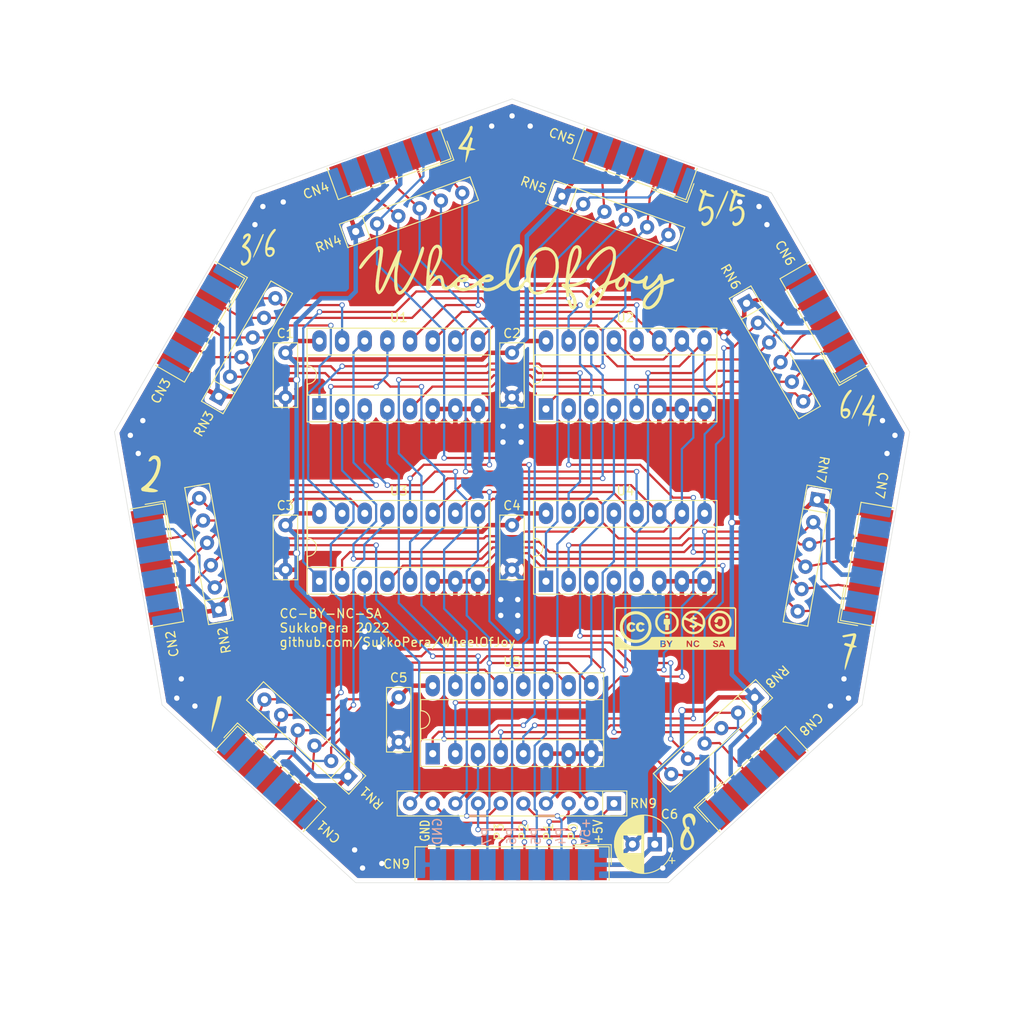
<source format=kicad_pcb>
(kicad_pcb (version 20171130) (host pcbnew 5.1.12)
  (title_block (title WheelOfJoy) (date 2022-09-13) (rev 1git) (company SukkoPera))
  (layers (0 F.Cu signal) (31 B.Cu signal) (36 B.SilkS user hide) (37 F.SilkS user) (38 B.Mask user hide) (39 F.Mask user) (44 Edge.Cuts user))
  (net 0 "")
  (net 1 GND)
  (net 2 +5V)
  (net 3 "Net-(CN1-Pad6)")
  (net 4 "Net-(CN1-Pad1)")
  (net 5 "Net-(CN1-Pad2)")
  (net 6 "Net-(CN1-Pad4)")
  (net 7 "Net-(CN1-Pad3)")
  (net 8 "Net-(CN2-Pad6)")
  (net 9 "Net-(CN2-Pad1)")
  (net 10 "Net-(CN2-Pad2)")
  (net 11 "Net-(CN2-Pad4)")
  (net 12 "Net-(CN2-Pad3)")
  (net 13 "Net-(CN3-Pad3)")
  (net 14 "Net-(CN3-Pad4)")
  (net 15 "Net-(CN3-Pad2)")
  (net 16 "Net-(CN3-Pad1)")
  (net 17 "Net-(CN3-Pad6)")
  (net 18 "Net-(CN4-Pad6)")
  (net 19 "Net-(CN4-Pad1)")
  (net 20 "Net-(CN4-Pad2)")
  (net 21 "Net-(CN4-Pad4)")
  (net 22 "Net-(CN4-Pad3)")
  (net 23 "Net-(CN5-Pad3)")
  (net 24 "Net-(CN5-Pad4)")
  (net 25 "Net-(CN5-Pad2)")
  (net 26 "Net-(CN5-Pad1)")
  (net 27 "Net-(CN5-Pad6)")
  (net 28 "Net-(CN6-Pad3)")
  (net 29 "Net-(CN6-Pad4)")
  (net 30 "Net-(CN6-Pad2)")
  (net 31 "Net-(CN6-Pad1)")
  (net 32 "Net-(CN6-Pad6)")
  (net 33 "Net-(CN7-Pad6)")
  (net 34 "Net-(CN7-Pad1)")
  (net 35 "Net-(CN7-Pad2)")
  (net 36 "Net-(CN7-Pad4)")
  (net 37 "Net-(CN7-Pad3)")
  (net 38 "Net-(CN8-Pad3)")
  (net 39 "Net-(CN8-Pad4)")
  (net 40 "Net-(CN8-Pad2)")
  (net 41 "Net-(CN8-Pad1)")
  (net 42 "Net-(CN8-Pad6)")
  (net 43 /d2)
  (net 44 /d0)
  (net 45 /d7)
  (net 46 /d5)
  (net 47 /d6)
  (net 48 /d1)
  (net 49 /d3)
  (net 50 /d4)
  (net 51 "Net-(CN9-Pad10)")
  (net 52 "Net-(CN9-Pad5)")
  (net 53 "Net-(CN9-Pad4)")
  (net 54 "Net-(CN9-Pad3)")
  (net 55 "Net-(CN9-Pad2)")
  (module WheelOfJoy:port8 (layer F.Cu) (at 171.831 129.794)
    (fp_text reference V9 hide)
    (fp_text value PORT8_NO hide)
  )
  (module WheelOfJoy:port7 (layer F.Cu) (at 189.992 109.601)
    (fp_text reference V8 hide)
    (fp_text value PORT7_NO hide)
  )
  (module WheelOfJoy:port4 (layer F.Cu) (at 146.939 52.705)
    (fp_text reference V5 hide)
    (fp_text value PORT4_NO hide)
  )
  (module WheelOfJoy:port1 (layer F.Cu) (at 119.253 116.586)
    (fp_text reference V2 hide)
    (fp_text value PORT1_NO hide)
  )
  (module WheelOfJoy:port2 (layer F.Cu) (at 111.379 89.662)
    (fp_text reference V3 hide)
    (fp_text value PORT2_NO hide)
  )
  (module WheelOfJoy:logo (layer F.Cu) (at 151.892 67.564)
    (fp_text reference V0 hide)
    (fp_text value LOGO hide)
  )
  (module WheelOfJoy:port6 (layer F.Cu) (at 190.246 82.296)
    (fp_text reference V7 hide)
    (fp_text value PORT6_NO hide)
  )
  (module WheelOfJoy:port5 (layer F.Cu) (at 174.879 59.817)
    (fp_text reference V6 hide)
    (fp_text value PORT5_NO hide)
  )
  (module WheelOfJoy:port3 (layer F.Cu) (at 122.936 64.262)
    (fp_text reference V4 hide)
    (fp_text value PORT3_NO hide)
  )
  (module Resistor_THT:R_Array_SIP6 (layer F.Cu) (at 132.969 123.571 137.4)
    (fp_text reference RN1 (at -3.596473 0.029026 137.4 unlocked) (layer F.SilkS))
    (fp_text value 4.7k)
    (pad 6 thru_hole oval (at 12.7 0 137.4) (size 1.6 1.6) (drill 0.8) (layers *.Cu *.Mask) (net 4 "Net-(CN1-Pad1)"))
    (pad 5 thru_hole oval (at 10.16 0 137.4) (size 1.6 1.6) (drill 0.8) (layers *.Cu *.Mask) (net 5 "Net-(CN1-Pad2)"))
    (pad 4 thru_hole oval (at 7.62 0 137.4) (size 1.6 1.6) (drill 0.8) (layers *.Cu *.Mask) (net 7 "Net-(CN1-Pad3)"))
    (pad 3 thru_hole oval (at 5.08 0 137.4) (size 1.6 1.6) (drill 0.8) (layers *.Cu *.Mask) (net 6 "Net-(CN1-Pad4)"))
    (pad 2 thru_hole oval (at 2.54 0 137.4) (size 1.6 1.6) (drill 0.8) (layers *.Cu *.Mask) (net 3 "Net-(CN1-Pad6)"))
    (pad 1 thru_hole rect (at 0 0 137.4) (size 1.6 1.6) (drill 0.8) (layers *.Cu *.Mask) (net 2 +5V))
  )
  (module Resistor_THT:R_Array_SIP6 (layer F.Cu) (at 118.491 104.902 99.9)
    (fp_text reference RN2 (at -3.487115 0.036 99.9 unlocked) (layer F.SilkS))
    (fp_text value 4.7k)
    (pad 6 thru_hole oval (at 12.7 0 99.9) (size 1.6 1.6) (drill 0.8) (layers *.Cu *.Mask) (net 9 "Net-(CN2-Pad1)"))
    (pad 5 thru_hole oval (at 10.16 0 99.9) (size 1.6 1.6) (drill 0.8) (layers *.Cu *.Mask) (net 10 "Net-(CN2-Pad2)"))
    (pad 4 thru_hole oval (at 7.62 0 99.9) (size 1.6 1.6) (drill 0.8) (layers *.Cu *.Mask) (net 12 "Net-(CN2-Pad3)"))
    (pad 3 thru_hole oval (at 5.08 0 99.9) (size 1.6 1.6) (drill 0.8) (layers *.Cu *.Mask) (net 11 "Net-(CN2-Pad4)"))
    (pad 2 thru_hole oval (at 2.54 0 99.9) (size 1.6 1.6) (drill 0.8) (layers *.Cu *.Mask) (net 8 "Net-(CN2-Pad6)"))
    (pad 1 thru_hole rect (at 0 0 99.9) (size 1.6 1.6) (drill 0.8) (layers *.Cu *.Mask) (net 2 +5V))
  )
  (module Resistor_THT:R_Array_SIP6 (layer F.Cu) (at 118.491 80.975523 60)
    (fp_text reference RN3 (at -3.50886 0.119431 60) (layer F.SilkS))
    (fp_text value 4.7k)
    (pad 1 thru_hole rect (at 0 0 60) (size 1.6 1.6) (drill 0.8) (layers *.Cu *.Mask) (net 2 +5V))
    (pad 2 thru_hole oval (at 2.54 0 60) (size 1.6 1.6) (drill 0.8) (layers *.Cu *.Mask) (net 17 "Net-(CN3-Pad6)"))
    (pad 3 thru_hole oval (at 5.08 0 60) (size 1.6 1.6) (drill 0.8) (layers *.Cu *.Mask) (net 14 "Net-(CN3-Pad4)"))
    (pad 4 thru_hole oval (at 7.62 0 60) (size 1.6 1.6) (drill 0.8) (layers *.Cu *.Mask) (net 13 "Net-(CN3-Pad3)"))
    (pad 5 thru_hole oval (at 10.16 0 60) (size 1.6 1.6) (drill 0.8) (layers *.Cu *.Mask) (net 15 "Net-(CN3-Pad2)"))
    (pad 6 thru_hole oval (at 12.7 0 60) (size 1.6 1.6) (drill 0.8) (layers *.Cu *.Mask) (net 16 "Net-(CN3-Pad1)"))
  )
  (module Resistor_THT:R_Array_SIP6 (layer F.Cu) (at 133.854341 62.48882 19.9)
    (fp_text reference RN4 (at -3.336427 0.272819 19.9) (layer F.SilkS))
    (fp_text value 4.7k)
    (pad 6 thru_hole oval (at 12.7 0 19.9) (size 1.6 1.6) (drill 0.8) (layers *.Cu *.Mask) (net 19 "Net-(CN4-Pad1)"))
    (pad 5 thru_hole oval (at 10.16 0 19.9) (size 1.6 1.6) (drill 0.8) (layers *.Cu *.Mask) (net 20 "Net-(CN4-Pad2)"))
    (pad 4 thru_hole oval (at 7.62 0 19.9) (size 1.6 1.6) (drill 0.8) (layers *.Cu *.Mask) (net 22 "Net-(CN4-Pad3)"))
    (pad 3 thru_hole oval (at 5.08 0 19.9) (size 1.6 1.6) (drill 0.8) (layers *.Cu *.Mask) (net 21 "Net-(CN4-Pad4)"))
    (pad 2 thru_hole oval (at 2.54 0 19.9) (size 1.6 1.6) (drill 0.8) (layers *.Cu *.Mask) (net 18 "Net-(CN4-Pad6)"))
    (pad 1 thru_hole rect (at 0 0 19.9) (size 1.6 1.6) (drill 0.8) (layers *.Cu *.Mask) (net 2 +5V))
  )
  (module Resistor_THT:R_Array_SIP6 (layer F.Cu) (at 156.968341 58.54218 340.1)
    (fp_text reference RN5 (at -3.412616 -0.110174 160.1) (layer F.SilkS))
    (fp_text value 4.7k)
    (pad 1 thru_hole rect (at 0 0 340.1) (size 1.6 1.6) (drill 0.8) (layers *.Cu *.Mask) (net 2 +5V))
    (pad 2 thru_hole oval (at 2.54 0 340.1) (size 1.6 1.6) (drill 0.8) (layers *.Cu *.Mask) (net 27 "Net-(CN5-Pad6)"))
    (pad 3 thru_hole oval (at 5.08 0 340.1) (size 1.6 1.6) (drill 0.8) (layers *.Cu *.Mask) (net 24 "Net-(CN5-Pad4)"))
    (pad 4 thru_hole oval (at 7.62 0 340.1) (size 1.6 1.6) (drill 0.8) (layers *.Cu *.Mask) (net 23 "Net-(CN5-Pad3)"))
    (pad 5 thru_hole oval (at 10.16 0 340.1) (size 1.6 1.6) (drill 0.8) (layers *.Cu *.Mask) (net 25 "Net-(CN5-Pad2)"))
    (pad 6 thru_hole oval (at 12.7 0 340.1) (size 1.6 1.6) (drill 0.8) (layers *.Cu *.Mask) (net 26 "Net-(CN5-Pad1)"))
  )
  (module Resistor_THT:R_Array_SIP6 (layer F.Cu) (at 177.673 70.535477 300)
    (fp_text reference RN6 (at -3.462375 0.054055 120) (layer F.SilkS))
    (fp_text value 4.7k)
    (pad 1 thru_hole rect (at 0 0 300) (size 1.6 1.6) (drill 0.8) (layers *.Cu *.Mask) (net 2 +5V))
    (pad 2 thru_hole oval (at 2.54 0 300) (size 1.6 1.6) (drill 0.8) (layers *.Cu *.Mask) (net 32 "Net-(CN6-Pad6)"))
    (pad 3 thru_hole oval (at 5.08 0 300) (size 1.6 1.6) (drill 0.8) (layers *.Cu *.Mask) (net 29 "Net-(CN6-Pad4)"))
    (pad 4 thru_hole oval (at 7.62 0 300) (size 1.6 1.6) (drill 0.8) (layers *.Cu *.Mask) (net 28 "Net-(CN6-Pad3)"))
    (pad 5 thru_hole oval (at 10.16 0 300) (size 1.6 1.6) (drill 0.8) (layers *.Cu *.Mask) (net 30 "Net-(CN6-Pad2)"))
    (pad 6 thru_hole oval (at 12.7 0 300) (size 1.6 1.6) (drill 0.8) (layers *.Cu *.Mask) (net 31 "Net-(CN6-Pad1)"))
  )
  (module Resistor_THT:R_Array_SIP6 (layer F.Cu) (at 185.5871 92.569467 260.1)
    (fp_text reference RN7 (at -3.466889 0.001177 260.1 unlocked) (layer F.SilkS))
    (fp_text value 4.7k)
    (pad 6 thru_hole oval (at 12.7 0 260.1) (size 1.6 1.6) (drill 0.8) (layers *.Cu *.Mask) (net 34 "Net-(CN7-Pad1)"))
    (pad 5 thru_hole oval (at 10.16 0 260.1) (size 1.6 1.6) (drill 0.8) (layers *.Cu *.Mask) (net 35 "Net-(CN7-Pad2)"))
    (pad 4 thru_hole oval (at 7.62 0 260.1) (size 1.6 1.6) (drill 0.8) (layers *.Cu *.Mask) (net 37 "Net-(CN7-Pad3)"))
    (pad 3 thru_hole oval (at 5.08 0 260.1) (size 1.6 1.6) (drill 0.8) (layers *.Cu *.Mask) (net 36 "Net-(CN7-Pad4)"))
    (pad 2 thru_hole oval (at 2.54 0 260.1) (size 1.6 1.6) (drill 0.8) (layers *.Cu *.Mask) (net 33 "Net-(CN7-Pad6)"))
    (pad 1 thru_hole rect (at 0 0 260.1) (size 1.6 1.6) (drill 0.8) (layers *.Cu *.Mask) (net 2 +5V))
  )
  (module Resistor_THT:R_Array_SIP6 (layer F.Cu) (at 178.58306 114.730205 222.6)
    (fp_text reference RN8 (at -3.434829 0.013928 222.6 unlocked) (layer F.SilkS))
    (fp_text value 4.7k)
    (pad 1 thru_hole rect (at 0 0 222.6) (size 1.6 1.6) (drill 0.8) (layers *.Cu *.Mask) (net 2 +5V))
    (pad 2 thru_hole oval (at 2.54 0 222.6) (size 1.6 1.6) (drill 0.8) (layers *.Cu *.Mask) (net 42 "Net-(CN8-Pad6)"))
    (pad 3 thru_hole oval (at 5.08 0 222.6) (size 1.6 1.6) (drill 0.8) (layers *.Cu *.Mask) (net 39 "Net-(CN8-Pad4)"))
    (pad 4 thru_hole oval (at 7.62 0 222.6) (size 1.6 1.6) (drill 0.8) (layers *.Cu *.Mask) (net 38 "Net-(CN8-Pad3)"))
    (pad 5 thru_hole oval (at 10.16 0 222.6) (size 1.6 1.6) (drill 0.8) (layers *.Cu *.Mask) (net 40 "Net-(CN8-Pad2)"))
    (pad 6 thru_hole oval (at 12.7 0 222.6) (size 1.6 1.6) (drill 0.8) (layers *.Cu *.Mask) (net 41 "Net-(CN8-Pad1)"))
  )
  (module Connector_Dsub:DSUB-9_Male_EdgeMount_P2.77mm (layer F.Cu) (at 124.206 123.952 317.4)
    (fp_text reference CN1 (at 8.815495 -0.16981 137.4 unlocked) (layer F.SilkS))
    (fp_text value JOY1)
    (pad 1 smd rect (at -5.54 0 317.4) (size 1.846667 3.48) (layers F.Cu F.Paste F.Mask) (net 4 "Net-(CN1-Pad1)"))
    (pad 2 smd rect (at -2.77 0 317.4) (size 1.846667 3.48) (layers F.Cu F.Paste F.Mask) (net 5 "Net-(CN1-Pad2)"))
    (pad 3 smd rect (at 0 0 317.4) (size 1.846667 3.48) (layers F.Cu F.Paste F.Mask) (net 7 "Net-(CN1-Pad3)"))
    (pad 4 smd rect (at 2.77 0 317.4) (size 1.846667 3.48) (layers F.Cu F.Paste F.Mask) (net 6 "Net-(CN1-Pad4)"))
    (pad 5 smd rect (at 5.54 0 317.4) (size 1.846667 3.48) (layers F.Cu F.Paste F.Mask) (net 2 +5V))
    (pad 6 smd rect (at -4.155 0 317.4) (size 1.846667 3.48) (layers B.Cu B.Paste B.Mask) (net 3 "Net-(CN1-Pad6)"))
    (pad 7 smd rect (at -1.385 0 317.4) (size 1.846667 3.48) (layers B.Cu B.Paste B.Mask) (net 2 +5V))
    (pad 8 smd rect (at 1.385 0 317.4) (size 1.846667 3.48) (layers B.Cu B.Paste B.Mask) (net 1 GND))
    (pad 9 smd rect (at 4.155 0 317.4) (size 1.846667 3.48) (layers B.Cu B.Paste B.Mask))
  )
  (module Connector_Dsub:DSUB-9_Male_EdgeMount_P2.77mm (layer F.Cu) (at 111.442487 99.945506 279.9)
    (fp_text reference CN2 (at 8.952565 -0.306876 99.9 unlocked) (layer F.SilkS))
    (fp_text value JOY2)
    (pad 9 smd rect (at 4.155 0 279.9) (size 1.846667 3.48) (layers B.Cu B.Paste B.Mask))
    (pad 8 smd rect (at 1.385 0 279.9) (size 1.846667 3.48) (layers B.Cu B.Paste B.Mask) (net 1 GND))
    (pad 7 smd rect (at -1.385 0 279.9) (size 1.846667 3.48) (layers B.Cu B.Paste B.Mask) (net 2 +5V))
    (pad 6 smd rect (at -4.155 0 279.9) (size 1.846667 3.48) (layers B.Cu B.Paste B.Mask) (net 8 "Net-(CN2-Pad6)"))
    (pad 5 smd rect (at 5.54 0 279.9) (size 1.846667 3.48) (layers F.Cu F.Paste F.Mask) (net 2 +5V))
    (pad 4 smd rect (at 2.77 0 279.9) (size 1.846667 3.48) (layers F.Cu F.Paste F.Mask) (net 11 "Net-(CN2-Pad4)"))
    (pad 3 smd rect (at 0 0 279.9) (size 1.846667 3.48) (layers F.Cu F.Paste F.Mask) (net 12 "Net-(CN2-Pad3)"))
    (pad 2 smd rect (at -2.77 0 279.9) (size 1.846667 3.48) (layers F.Cu F.Paste F.Mask) (net 10 "Net-(CN2-Pad2)"))
    (pad 1 smd rect (at -5.54 0 279.9) (size 1.846667 3.48) (layers F.Cu F.Paste F.Mask) (net 9 "Net-(CN2-Pad1)"))
  )
  (module Connector_Dsub:DSUB-9_Male_EdgeMount_P2.77mm (layer F.Cu) (at 116.2865 72.559336 240)
    (fp_text reference CN3 (at 8.91867 -0.215738 60) (layer F.SilkS))
    (fp_text value JOY3)
    (pad 9 smd rect (at 4.155 0 240) (size 1.846667 3.48) (layers B.Cu B.Paste B.Mask))
    (pad 8 smd rect (at 1.385 0 240) (size 1.846667 3.48) (layers B.Cu B.Paste B.Mask) (net 1 GND))
    (pad 7 smd rect (at -1.385 0 240) (size 1.846667 3.48) (layers B.Cu B.Paste B.Mask) (net 2 +5V))
    (pad 6 smd rect (at -4.155 0 240) (size 1.846667 3.48) (layers B.Cu B.Paste B.Mask) (net 17 "Net-(CN3-Pad6)"))
    (pad 5 smd rect (at 5.54 0 240) (size 1.846667 3.48) (layers F.Cu F.Paste F.Mask) (net 2 +5V))
    (pad 4 smd rect (at 2.77 0 240) (size 1.846667 3.48) (layers F.Cu F.Paste F.Mask) (net 14 "Net-(CN3-Pad4)"))
    (pad 3 smd rect (at 0 0 240) (size 1.846667 3.48) (layers F.Cu F.Paste F.Mask) (net 13 "Net-(CN3-Pad3)"))
    (pad 2 smd rect (at -2.77 0 240) (size 1.846667 3.48) (layers F.Cu F.Paste F.Mask) (net 15 "Net-(CN3-Pad2)"))
    (pad 1 smd rect (at -5.54 0 240) (size 1.846667 3.48) (layers F.Cu F.Paste F.Mask) (net 16 "Net-(CN3-Pad1)"))
  )
  (module Connector_Dsub:DSUB-9_Male_EdgeMount_P2.77mm (layer F.Cu) (at 137.541 54.737 199.9)
    (fp_text reference CN4 (at 8.723367 -0.21881 19.9) (layer F.SilkS))
    (fp_text value JOY4)
    (pad 1 smd rect (at -5.54 0 199.9) (size 1.846667 3.48) (layers F.Cu F.Paste F.Mask) (net 19 "Net-(CN4-Pad1)"))
    (pad 2 smd rect (at -2.77 0 199.9) (size 1.846667 3.48) (layers F.Cu F.Paste F.Mask) (net 20 "Net-(CN4-Pad2)"))
    (pad 3 smd rect (at 0 0 199.9) (size 1.846667 3.48) (layers F.Cu F.Paste F.Mask) (net 22 "Net-(CN4-Pad3)"))
    (pad 4 smd rect (at 2.77 0 199.9) (size 1.846667 3.48) (layers F.Cu F.Paste F.Mask) (net 21 "Net-(CN4-Pad4)"))
    (pad 5 smd rect (at 5.54 0 199.9) (size 1.846667 3.48) (layers F.Cu F.Paste F.Mask) (net 2 +5V))
    (pad 6 smd rect (at -4.155 0 199.9) (size 1.846667 3.48) (layers B.Cu B.Paste B.Mask) (net 18 "Net-(CN4-Pad6)"))
    (pad 7 smd rect (at -1.385 0 199.9) (size 1.846667 3.48) (layers B.Cu B.Paste B.Mask) (net 2 +5V))
    (pad 8 smd rect (at 1.385 0 199.9) (size 1.846667 3.48) (layers B.Cu B.Paste B.Mask) (net 1 GND))
    (pad 9 smd rect (at 4.155 0 199.9) (size 1.846667 3.48) (layers B.Cu B.Paste B.Mask))
  )
  (module Connector_Dsub:DSUB-9_Male_EdgeMount_P2.77mm (layer F.Cu) (at 165.224804 54.756297 160.1)
    (fp_text reference CN5 (at 8.760831 -0.044359 160.1) (layer F.SilkS))
    (fp_text value JOY5)
    (pad 1 smd rect (at -5.54 0 160.1) (size 1.846667 3.48) (layers F.Cu F.Paste F.Mask) (net 26 "Net-(CN5-Pad1)"))
    (pad 2 smd rect (at -2.77 0 160.1) (size 1.846667 3.48) (layers F.Cu F.Paste F.Mask) (net 25 "Net-(CN5-Pad2)"))
    (pad 3 smd rect (at 0 0 160.1) (size 1.846667 3.48) (layers F.Cu F.Paste F.Mask) (net 23 "Net-(CN5-Pad3)"))
    (pad 4 smd rect (at 2.77 0 160.1) (size 1.846667 3.48) (layers F.Cu F.Paste F.Mask) (net 24 "Net-(CN5-Pad4)"))
    (pad 5 smd rect (at 5.54 0 160.1) (size 1.846667 3.48) (layers F.Cu F.Paste F.Mask) (net 2 +5V))
    (pad 6 smd rect (at -4.155 0 160.1) (size 1.846667 3.48) (layers B.Cu B.Paste B.Mask) (net 27 "Net-(CN5-Pad6)"))
    (pad 7 smd rect (at -1.385 0 160.1) (size 1.846667 3.48) (layers B.Cu B.Paste B.Mask) (net 2 +5V))
    (pad 8 smd rect (at 1.385 0 160.1) (size 1.846667 3.48) (layers B.Cu B.Paste B.Mask) (net 1 GND))
    (pad 9 smd rect (at 4.155 0 160.1) (size 1.846667 3.48) (layers B.Cu B.Paste B.Mask))
  )
  (module Connector_Dsub:DSUB-9_Male_EdgeMount_P2.77mm (layer F.Cu) (at 186.5175 72.601664 120)
    (fp_text reference CN6 (at 8.935685 -0.067732 120) (layer F.SilkS))
    (fp_text value JOY6)
    (pad 9 smd rect (at 4.155 0 120) (size 1.846667 3.48) (layers B.Cu B.Paste B.Mask))
    (pad 8 smd rect (at 1.385 0 120) (size 1.846667 3.48) (layers B.Cu B.Paste B.Mask) (net 1 GND))
    (pad 7 smd rect (at -1.385 0 120) (size 1.846667 3.48) (layers B.Cu B.Paste B.Mask) (net 2 +5V))
    (pad 6 smd rect (at -4.155 0 120) (size 1.846667 3.48) (layers B.Cu B.Paste B.Mask) (net 32 "Net-(CN6-Pad6)"))
    (pad 5 smd rect (at 5.54 0 120) (size 1.846667 3.48) (layers F.Cu F.Paste F.Mask) (net 2 +5V))
    (pad 4 smd rect (at 2.77 0 120) (size 1.846667 3.48) (layers F.Cu F.Paste F.Mask) (net 29 "Net-(CN6-Pad4)"))
    (pad 3 smd rect (at 0 0 120) (size 1.846667 3.48) (layers F.Cu F.Paste F.Mask) (net 28 "Net-(CN6-Pad3)"))
    (pad 2 smd rect (at -2.77 0 120) (size 1.846667 3.48) (layers F.Cu F.Paste F.Mask) (net 30 "Net-(CN6-Pad2)"))
    (pad 1 smd rect (at -5.54 0 120) (size 1.846667 3.48) (layers F.Cu F.Paste F.Mask) (net 31 "Net-(CN6-Pad1)"))
  )
  (module Connector_Dsub:DSUB-9_Male_EdgeMount_P2.77mm (layer F.Cu) (at 191.325513 99.818506 80.1)
    (fp_text reference CN7 (at 9.00528 -0.08911 260.1 unlocked) (layer F.SilkS))
    (fp_text value JOY7)
    (pad 9 smd rect (at 4.155 0 80.1) (size 1.846667 3.48) (layers B.Cu B.Paste B.Mask))
    (pad 8 smd rect (at 1.385 0 80.1) (size 1.846667 3.48) (layers B.Cu B.Paste B.Mask) (net 1 GND))
    (pad 7 smd rect (at -1.385 0 80.1) (size 1.846667 3.48) (layers B.Cu B.Paste B.Mask) (net 2 +5V))
    (pad 6 smd rect (at -4.155 0 80.1) (size 1.846667 3.48) (layers B.Cu B.Paste B.Mask) (net 33 "Net-(CN7-Pad6)"))
    (pad 5 smd rect (at 5.54 0 80.1) (size 1.846667 3.48) (layers F.Cu F.Paste F.Mask) (net 2 +5V))
    (pad 4 smd rect (at 2.77 0 80.1) (size 1.846667 3.48) (layers F.Cu F.Paste F.Mask) (net 36 "Net-(CN7-Pad4)"))
    (pad 3 smd rect (at 0 0 80.1) (size 1.846667 3.48) (layers F.Cu F.Paste F.Mask) (net 37 "Net-(CN7-Pad3)"))
    (pad 2 smd rect (at -2.77 0 80.1) (size 1.846667 3.48) (layers F.Cu F.Paste F.Mask) (net 35 "Net-(CN7-Pad2)"))
    (pad 1 smd rect (at -5.54 0 80.1) (size 1.846667 3.48) (layers F.Cu F.Paste F.Mask) (net 34 "Net-(CN7-Pad1)"))
  )
  (module Connector_Dsub:DSUB-9_Male_EdgeMount_P2.77mm (layer F.Cu) (at 178.441989 123.982054 42.6)
    (fp_text reference CN8 (at 8.995098 -0.22346 222.6 unlocked) (layer F.SilkS))
    (fp_text value JOY8)
    (pad 1 smd rect (at -5.54 0 42.6) (size 1.846667 3.48) (layers F.Cu F.Paste F.Mask) (net 41 "Net-(CN8-Pad1)"))
    (pad 2 smd rect (at -2.77 0 42.6) (size 1.846667 3.48) (layers F.Cu F.Paste F.Mask) (net 40 "Net-(CN8-Pad2)"))
    (pad 3 smd rect (at 0 0 42.6) (size 1.846667 3.48) (layers F.Cu F.Paste F.Mask) (net 38 "Net-(CN8-Pad3)"))
    (pad 4 smd rect (at 2.77 0 42.6) (size 1.846667 3.48) (layers F.Cu F.Paste F.Mask) (net 39 "Net-(CN8-Pad4)"))
    (pad 5 smd rect (at 5.54 0 42.6) (size 1.846667 3.48) (layers F.Cu F.Paste F.Mask) (net 2 +5V))
    (pad 6 smd rect (at -4.155 0 42.6) (size 1.846667 3.48) (layers B.Cu B.Paste B.Mask) (net 42 "Net-(CN8-Pad6)"))
    (pad 7 smd rect (at -1.385 0 42.6) (size 1.846667 3.48) (layers B.Cu B.Paste B.Mask) (net 2 +5V))
    (pad 8 smd rect (at 1.385 0 42.6) (size 1.846667 3.48) (layers B.Cu B.Paste B.Mask) (net 1 GND))
    (pad 9 smd rect (at 4.155 0 42.6) (size 1.846667 3.48) (layers B.Cu B.Paste B.Mask))
  )
  (module Connector_Dsub:DSUB-15_Female_EdgeMount_P2.77mm (layer F.Cu) (at 151.384 133.477)
    (fp_text reference CN9 (at -12.954 -0.0675 180) (layer F.SilkS))
    (fp_text value DB15F)
    (pad 15 smd rect (at -8.31 0) (size 1.846667 3.48) (layers B.Cu B.Paste B.Mask) (net 1 GND))
    (pad 14 smd rect (at -5.54 0) (size 1.846667 3.48) (layers B.Cu B.Paste B.Mask))
    (pad 13 smd rect (at -2.77 0) (size 1.846667 3.48) (layers B.Cu B.Paste B.Mask) (net 45 /d7))
    (pad 12 smd rect (at 0 0) (size 1.846667 3.48) (layers B.Cu B.Paste B.Mask) (net 47 /d6))
    (pad 11 smd rect (at 2.77 0) (size 1.846667 3.48) (layers B.Cu B.Paste B.Mask) (net 46 /d5))
    (pad 10 smd rect (at 5.54 0) (size 1.846667 3.48) (layers B.Cu B.Paste B.Mask) (net 51 "Net-(CN9-Pad10)"))
    (pad 9 smd rect (at 8.31 0) (size 1.846667 3.48) (layers B.Cu B.Paste B.Mask) (net 2 +5V))
    (pad 8 smd rect (at -9.695 0) (size 1.846667 3.48) (layers F.Cu F.Paste F.Mask) (net 1 GND))
    (pad 7 smd rect (at -6.925 0) (size 1.846667 3.48) (layers F.Cu F.Paste F.Mask))
    (pad 6 smd rect (at -4.155 0) (size 1.846667 3.48) (layers F.Cu F.Paste F.Mask))
    (pad 5 smd rect (at -1.385 0) (size 1.846667 3.48) (layers F.Cu F.Paste F.Mask) (net 52 "Net-(CN9-Pad5)"))
    (pad 4 smd rect (at 1.385 0) (size 1.846667 3.48) (layers F.Cu F.Paste F.Mask) (net 53 "Net-(CN9-Pad4)"))
    (pad 3 smd rect (at 4.155 0) (size 1.846667 3.48) (layers F.Cu F.Paste F.Mask) (net 54 "Net-(CN9-Pad3)"))
    (pad 2 smd rect (at 6.925 0) (size 1.846667 3.48) (layers F.Cu F.Paste F.Mask) (net 55 "Net-(CN9-Pad2)"))
    (pad 1 smd rect (at 9.695 0) (size 1.846667 3.48) (layers F.Cu F.Paste F.Mask) (net 2 +5V))
  )
  (module Package_DIP:DIP-16_W7.62mm_Socket_LongPads (layer F.Cu) (at 129.784 82.389705 90)
    (fp_text reference U1 (at 10.253705 8.9 180) (layer F.SilkS))
    (fp_text value CD4051B)
    (pad 1 thru_hole rect (at 0 0 90) (size 2.4 1.6) (drill 0.8) (layers *.Cu *.Mask) (net 26 "Net-(CN5-Pad1)"))
    (pad 9 thru_hole oval (at 7.62 17.78 90) (size 2.4 1.6) (drill 0.8) (layers *.Cu *.Mask) (net 45 /d7))
    (pad 2 thru_hole oval (at 0 2.54 90) (size 2.4 1.6) (drill 0.8) (layers *.Cu *.Mask) (net 34 "Net-(CN7-Pad1)"))
    (pad 10 thru_hole oval (at 7.62 15.24 90) (size 2.4 1.6) (drill 0.8) (layers *.Cu *.Mask) (net 47 /d6))
    (pad 3 thru_hole oval (at 0 5.08 90) (size 2.4 1.6) (drill 0.8) (layers *.Cu *.Mask) (net 44 /d0))
    (pad 11 thru_hole oval (at 7.62 12.7 90) (size 2.4 1.6) (drill 0.8) (layers *.Cu *.Mask) (net 46 /d5))
    (pad 4 thru_hole oval (at 0 7.62 90) (size 2.4 1.6) (drill 0.8) (layers *.Cu *.Mask) (net 41 "Net-(CN8-Pad1)"))
    (pad 12 thru_hole oval (at 7.62 10.16 90) (size 2.4 1.6) (drill 0.8) (layers *.Cu *.Mask) (net 19 "Net-(CN4-Pad1)"))
    (pad 5 thru_hole oval (at 0 10.16 90) (size 2.4 1.6) (drill 0.8) (layers *.Cu *.Mask) (net 31 "Net-(CN6-Pad1)"))
    (pad 13 thru_hole oval (at 7.62 7.62 90) (size 2.4 1.6) (drill 0.8) (layers *.Cu *.Mask) (net 4 "Net-(CN1-Pad1)"))
    (pad 6 thru_hole oval (at 0 12.7 90) (size 2.4 1.6) (drill 0.8) (layers *.Cu *.Mask) (net 1 GND))
    (pad 14 thru_hole oval (at 7.62 5.08 90) (size 2.4 1.6) (drill 0.8) (layers *.Cu *.Mask) (net 9 "Net-(CN2-Pad1)"))
    (pad 7 thru_hole oval (at 0 15.24 90) (size 2.4 1.6) (drill 0.8) (layers *.Cu *.Mask) (net 1 GND))
    (pad 15 thru_hole oval (at 7.62 2.54 90) (size 2.4 1.6) (drill 0.8) (layers *.Cu *.Mask) (net 16 "Net-(CN3-Pad1)"))
    (pad 8 thru_hole oval (at 0 17.78 90) (size 2.4 1.6) (drill 0.8) (layers *.Cu *.Mask) (net 1 GND))
    (pad 16 thru_hole oval (at 7.62 0 90) (size 2.4 1.6) (drill 0.8) (layers *.Cu *.Mask) (net 2 +5V))
  )
  (module Package_DIP:DIP-16_W7.62mm_Socket_LongPads (layer F.Cu) (at 155.184 82.389705 90)
    (fp_text reference U2 (at 10.253705 8.9 180) (layer F.SilkS))
    (fp_text value CD4051B)
    (pad 16 thru_hole oval (at 7.62 0 90) (size 2.4 1.6) (drill 0.8) (layers *.Cu *.Mask) (net 2 +5V))
    (pad 8 thru_hole oval (at 0 17.78 90) (size 2.4 1.6) (drill 0.8) (layers *.Cu *.Mask) (net 1 GND))
    (pad 15 thru_hole oval (at 7.62 2.54 90) (size 2.4 1.6) (drill 0.8) (layers *.Cu *.Mask) (net 15 "Net-(CN3-Pad2)"))
    (pad 7 thru_hole oval (at 0 15.24 90) (size 2.4 1.6) (drill 0.8) (layers *.Cu *.Mask) (net 1 GND))
    (pad 14 thru_hole oval (at 7.62 5.08 90) (size 2.4 1.6) (drill 0.8) (layers *.Cu *.Mask) (net 10 "Net-(CN2-Pad2)"))
    (pad 6 thru_hole oval (at 0 12.7 90) (size 2.4 1.6) (drill 0.8) (layers *.Cu *.Mask) (net 1 GND))
    (pad 13 thru_hole oval (at 7.62 7.62 90) (size 2.4 1.6) (drill 0.8) (layers *.Cu *.Mask) (net 5 "Net-(CN1-Pad2)"))
    (pad 5 thru_hole oval (at 0 10.16 90) (size 2.4 1.6) (drill 0.8) (layers *.Cu *.Mask) (net 30 "Net-(CN6-Pad2)"))
    (pad 12 thru_hole oval (at 7.62 10.16 90) (size 2.4 1.6) (drill 0.8) (layers *.Cu *.Mask) (net 20 "Net-(CN4-Pad2)"))
    (pad 4 thru_hole oval (at 0 7.62 90) (size 2.4 1.6) (drill 0.8) (layers *.Cu *.Mask) (net 40 "Net-(CN8-Pad2)"))
    (pad 11 thru_hole oval (at 7.62 12.7 90) (size 2.4 1.6) (drill 0.8) (layers *.Cu *.Mask) (net 46 /d5))
    (pad 3 thru_hole oval (at 0 5.08 90) (size 2.4 1.6) (drill 0.8) (layers *.Cu *.Mask) (net 48 /d1))
    (pad 10 thru_hole oval (at 7.62 15.24 90) (size 2.4 1.6) (drill 0.8) (layers *.Cu *.Mask) (net 47 /d6))
    (pad 2 thru_hole oval (at 0 2.54 90) (size 2.4 1.6) (drill 0.8) (layers *.Cu *.Mask) (net 35 "Net-(CN7-Pad2)"))
    (pad 9 thru_hole oval (at 7.62 17.78 90) (size 2.4 1.6) (drill 0.8) (layers *.Cu *.Mask) (net 45 /d7))
    (pad 1 thru_hole rect (at 0 0 90) (size 2.4 1.6) (drill 0.8) (layers *.Cu *.Mask) (net 25 "Net-(CN5-Pad2)"))
  )
  (module Package_DIP:DIP-16_W7.62mm_Socket_LongPads (layer F.Cu) (at 129.784 101.710469 90)
    (fp_text reference U3 (at 10.143469 8.9 180) (layer F.SilkS))
    (fp_text value CD4051B)
    (pad 1 thru_hole rect (at 0 0 90) (size 2.4 1.6) (drill 0.8) (layers *.Cu *.Mask) (net 23 "Net-(CN5-Pad3)"))
    (pad 9 thru_hole oval (at 7.62 17.78 90) (size 2.4 1.6) (drill 0.8) (layers *.Cu *.Mask) (net 45 /d7))
    (pad 2 thru_hole oval (at 0 2.54 90) (size 2.4 1.6) (drill 0.8) (layers *.Cu *.Mask) (net 37 "Net-(CN7-Pad3)"))
    (pad 10 thru_hole oval (at 7.62 15.24 90) (size 2.4 1.6) (drill 0.8) (layers *.Cu *.Mask) (net 47 /d6))
    (pad 3 thru_hole oval (at 0 5.08 90) (size 2.4 1.6) (drill 0.8) (layers *.Cu *.Mask) (net 43 /d2))
    (pad 11 thru_hole oval (at 7.62 12.7 90) (size 2.4 1.6) (drill 0.8) (layers *.Cu *.Mask) (net 46 /d5))
    (pad 4 thru_hole oval (at 0 7.62 90) (size 2.4 1.6) (drill 0.8) (layers *.Cu *.Mask) (net 38 "Net-(CN8-Pad3)"))
    (pad 12 thru_hole oval (at 7.62 10.16 90) (size 2.4 1.6) (drill 0.8) (layers *.Cu *.Mask) (net 22 "Net-(CN4-Pad3)"))
    (pad 5 thru_hole oval (at 0 10.16 90) (size 2.4 1.6) (drill 0.8) (layers *.Cu *.Mask) (net 28 "Net-(CN6-Pad3)"))
    (pad 13 thru_hole oval (at 7.62 7.62 90) (size 2.4 1.6) (drill 0.8) (layers *.Cu *.Mask) (net 7 "Net-(CN1-Pad3)"))
    (pad 6 thru_hole oval (at 0 12.7 90) (size 2.4 1.6) (drill 0.8) (layers *.Cu *.Mask) (net 1 GND))
    (pad 14 thru_hole oval (at 7.62 5.08 90) (size 2.4 1.6) (drill 0.8) (layers *.Cu *.Mask) (net 12 "Net-(CN2-Pad3)"))
    (pad 7 thru_hole oval (at 0 15.24 90) (size 2.4 1.6) (drill 0.8) (layers *.Cu *.Mask) (net 1 GND))
    (pad 15 thru_hole oval (at 7.62 2.54 90) (size 2.4 1.6) (drill 0.8) (layers *.Cu *.Mask) (net 13 "Net-(CN3-Pad3)"))
    (pad 8 thru_hole oval (at 0 17.78 90) (size 2.4 1.6) (drill 0.8) (layers *.Cu *.Mask) (net 1 GND))
    (pad 16 thru_hole oval (at 7.62 0 90) (size 2.4 1.6) (drill 0.8) (layers *.Cu *.Mask) (net 2 +5V))
  )
  (module Package_DIP:DIP-16_W7.62mm_Socket_LongPads (layer F.Cu) (at 155.184 101.710469 90)
    (fp_text reference U4 (at 10.143469 8.9 180) (layer F.SilkS))
    (fp_text value CD4051B)
    (pad 16 thru_hole oval (at 7.62 0 90) (size 2.4 1.6) (drill 0.8) (layers *.Cu *.Mask) (net 2 +5V))
    (pad 8 thru_hole oval (at 0 17.78 90) (size 2.4 1.6) (drill 0.8) (layers *.Cu *.Mask) (net 1 GND))
    (pad 15 thru_hole oval (at 7.62 2.54 90) (size 2.4 1.6) (drill 0.8) (layers *.Cu *.Mask) (net 14 "Net-(CN3-Pad4)"))
    (pad 7 thru_hole oval (at 0 15.24 90) (size 2.4 1.6) (drill 0.8) (layers *.Cu *.Mask) (net 1 GND))
    (pad 14 thru_hole oval (at 7.62 5.08 90) (size 2.4 1.6) (drill 0.8) (layers *.Cu *.Mask) (net 11 "Net-(CN2-Pad4)"))
    (pad 6 thru_hole oval (at 0 12.7 90) (size 2.4 1.6) (drill 0.8) (layers *.Cu *.Mask) (net 1 GND))
    (pad 13 thru_hole oval (at 7.62 7.62 90) (size 2.4 1.6) (drill 0.8) (layers *.Cu *.Mask) (net 6 "Net-(CN1-Pad4)"))
    (pad 5 thru_hole oval (at 0 10.16 90) (size 2.4 1.6) (drill 0.8) (layers *.Cu *.Mask) (net 29 "Net-(CN6-Pad4)"))
    (pad 12 thru_hole oval (at 7.62 10.16 90) (size 2.4 1.6) (drill 0.8) (layers *.Cu *.Mask) (net 21 "Net-(CN4-Pad4)"))
    (pad 4 thru_hole oval (at 0 7.62 90) (size 2.4 1.6) (drill 0.8) (layers *.Cu *.Mask) (net 39 "Net-(CN8-Pad4)"))
    (pad 11 thru_hole oval (at 7.62 12.7 90) (size 2.4 1.6) (drill 0.8) (layers *.Cu *.Mask) (net 46 /d5))
    (pad 3 thru_hole oval (at 0 5.08 90) (size 2.4 1.6) (drill 0.8) (layers *.Cu *.Mask) (net 49 /d3))
    (pad 10 thru_hole oval (at 7.62 15.24 90) (size 2.4 1.6) (drill 0.8) (layers *.Cu *.Mask) (net 47 /d6))
    (pad 2 thru_hole oval (at 0 2.54 90) (size 2.4 1.6) (drill 0.8) (layers *.Cu *.Mask) (net 36 "Net-(CN7-Pad4)"))
    (pad 9 thru_hole oval (at 7.62 17.78 90) (size 2.4 1.6) (drill 0.8) (layers *.Cu *.Mask) (net 45 /d7))
    (pad 1 thru_hole rect (at 0 0 90) (size 2.4 1.6) (drill 0.8) (layers *.Cu *.Mask) (net 24 "Net-(CN5-Pad4)"))
  )
  (module Package_DIP:DIP-16_W7.62mm_Socket_LongPads (layer F.Cu) (at 142.484 121.031233 90)
    (fp_text reference U5 (at 10.287233 8.9 180) (layer F.SilkS))
    (fp_text value CD4051B)
    (pad 16 thru_hole oval (at 7.62 0 90) (size 2.4 1.6) (drill 0.8) (layers *.Cu *.Mask) (net 2 +5V))
    (pad 8 thru_hole oval (at 0 17.78 90) (size 2.4 1.6) (drill 0.8) (layers *.Cu *.Mask) (net 1 GND))
    (pad 15 thru_hole oval (at 7.62 2.54 90) (size 2.4 1.6) (drill 0.8) (layers *.Cu *.Mask) (net 17 "Net-(CN3-Pad6)"))
    (pad 7 thru_hole oval (at 0 15.24 90) (size 2.4 1.6) (drill 0.8) (layers *.Cu *.Mask) (net 1 GND))
    (pad 14 thru_hole oval (at 7.62 5.08 90) (size 2.4 1.6) (drill 0.8) (layers *.Cu *.Mask) (net 8 "Net-(CN2-Pad6)"))
    (pad 6 thru_hole oval (at 0 12.7 90) (size 2.4 1.6) (drill 0.8) (layers *.Cu *.Mask) (net 1 GND))
    (pad 13 thru_hole oval (at 7.62 7.62 90) (size 2.4 1.6) (drill 0.8) (layers *.Cu *.Mask) (net 3 "Net-(CN1-Pad6)"))
    (pad 5 thru_hole oval (at 0 10.16 90) (size 2.4 1.6) (drill 0.8) (layers *.Cu *.Mask) (net 32 "Net-(CN6-Pad6)"))
    (pad 12 thru_hole oval (at 7.62 10.16 90) (size 2.4 1.6) (drill 0.8) (layers *.Cu *.Mask) (net 18 "Net-(CN4-Pad6)"))
    (pad 4 thru_hole oval (at 0 7.62 90) (size 2.4 1.6) (drill 0.8) (layers *.Cu *.Mask) (net 42 "Net-(CN8-Pad6)"))
    (pad 11 thru_hole oval (at 7.62 12.7 90) (size 2.4 1.6) (drill 0.8) (layers *.Cu *.Mask) (net 46 /d5))
    (pad 3 thru_hole oval (at 0 5.08 90) (size 2.4 1.6) (drill 0.8) (layers *.Cu *.Mask) (net 50 /d4))
    (pad 10 thru_hole oval (at 7.62 15.24 90) (size 2.4 1.6) (drill 0.8) (layers *.Cu *.Mask) (net 47 /d6))
    (pad 2 thru_hole oval (at 0 2.54 90) (size 2.4 1.6) (drill 0.8) (layers *.Cu *.Mask) (net 33 "Net-(CN7-Pad6)"))
    (pad 9 thru_hole oval (at 7.62 17.78 90) (size 2.4 1.6) (drill 0.8) (layers *.Cu *.Mask) (net 45 /d7))
    (pad 1 thru_hole rect (at 0 0 90) (size 2.4 1.6) (drill 0.8) (layers *.Cu *.Mask) (net 27 "Net-(CN5-Pad6)"))
  )
  (module Capacitor_THT:C_Disc_D7.0mm_W2.5mm_P5.00mm (layer F.Cu) (at 125.974 76.089705 270)
    (fp_text reference C1 (at -2.175705 0 180) (layer F.SilkS))
    (fp_text value 100n)
    (pad 1 thru_hole circle (at 0 0 270) (size 1.6 1.6) (drill 0.8) (layers *.Cu *.Mask) (net 2 +5V))
    (pad 2 thru_hole circle (at 5 0 315) (size 1.6 1.6) (drill 0.8) (layers *.Cu *.Mask) (net 1 GND))
  )
  (module Capacitor_THT:C_Disc_D7.0mm_W2.5mm_P5.00mm (layer F.Cu) (at 151.374 76.089705 270)
    (fp_text reference C2 (at -2.175705 0 180) (layer F.SilkS))
    (fp_text value 100n)
    (pad 2 thru_hole circle (at 5 0 270) (size 1.6 1.6) (drill 0.8) (layers *.Cu *.Mask) (net 1 GND))
    (pad 1 thru_hole circle (at 0 0 270) (size 1.6 1.6) (drill 0.8) (layers *.Cu *.Mask) (net 2 +5V))
  )
  (module Capacitor_THT:C_Disc_D7.0mm_W2.5mm_P5.00mm (layer F.Cu) (at 125.974 95.410469 270)
    (fp_text reference C3 (at -2.192469 0 180) (layer F.SilkS))
    (fp_text value 100n)
    (pad 1 thru_hole circle (at 0 0 270) (size 1.6 1.6) (drill 0.8) (layers *.Cu *.Mask) (net 2 +5V))
    (pad 2 thru_hole circle (at 5 0 315) (size 1.6 1.6) (drill 0.8) (layers *.Cu *.Mask) (net 1 GND))
  )
  (module Capacitor_THT:C_Disc_D7.0mm_W2.5mm_P5.00mm (layer F.Cu) (at 151.374 95.410469 270)
    (fp_text reference C4 (at -2.192469 0 180) (layer F.SilkS))
    (fp_text value 100n)
    (pad 2 thru_hole circle (at 5 0 270) (size 1.6 1.6) (drill 0.8) (layers *.Cu *.Mask) (net 1 GND))
    (pad 1 thru_hole circle (at 0 0 270) (size 1.6 1.6) (drill 0.8) (layers *.Cu *.Mask) (net 2 +5V))
  )
  (module Capacitor_THT:C_Disc_D7.0mm_W2.5mm_P5.00mm (layer F.Cu) (at 138.674 114.731233 270)
    (fp_text reference C5 (at -2.209233 0 180) (layer F.SilkS))
    (fp_text value 100n)
    (pad 1 thru_hole circle (at 0 0 270) (size 1.6 1.6) (drill 0.8) (layers *.Cu *.Mask) (net 2 +5V))
    (pad 2 thru_hole circle (at 5 0 270) (size 1.6 1.6) (drill 0.8) (layers *.Cu *.Mask) (net 1 GND))
  )
  (module Capacitor_THT:CP_Radial_D6.3mm_P2.50mm (layer F.Cu) (at 167.386 131.191 180)
    (fp_text reference C6 (at -1.651 3.3655) (layer F.SilkS))
    (fp_text value 100u)
    (pad 1 thru_hole rect (at 0 0 180) (size 1.6 1.6) (drill 0.8) (layers *.Cu *.Mask) (net 2 +5V))
    (pad 2 thru_hole circle (at 2.5 0 180) (size 1.6 1.6) (drill 0.8) (layers *.Cu *.Mask) (net 1 GND))
  )
  (module WheelOfJoy:cc_by_nc_sa (layer F.Cu) (at 169.672 106.987988)
    (fp_text reference V1 hide)
    (fp_text value OSHW_LOGO hide)
  )
  (module Resistor_THT:R_Array_SIP10 (layer F.Cu) (at 162.809 126.619 180)
    (fp_text reference RN9 (at -3.307 0) (layer F.SilkS))
    (fp_text value 100)
    (pad 1 thru_hole rect (at 0 0 180) (size 1.6 1.6) (drill 0.8) (layers *.Cu *.Mask) (net 52 "Net-(CN9-Pad5)"))
    (pad 2 thru_hole oval (at 2.54 0 180) (size 1.6 1.6) (drill 0.8) (layers *.Cu *.Mask) (net 49 /d3))
    (pad 3 thru_hole oval (at 5.08 0 180) (size 1.6 1.6) (drill 0.8) (layers *.Cu *.Mask) (net 54 "Net-(CN9-Pad3)"))
    (pad 4 thru_hole oval (at 7.62 0 180) (size 1.6 1.6) (drill 0.8) (layers *.Cu *.Mask) (net 48 /d1))
    (pad 5 thru_hole oval (at 10.16 0 180) (size 1.6 1.6) (drill 0.8) (layers *.Cu *.Mask) (net 51 "Net-(CN9-Pad10)"))
    (pad 6 thru_hole oval (at 12.7 0 180) (size 1.6 1.6) (drill 0.8) (layers *.Cu *.Mask) (net 50 /d4))
    (pad 7 thru_hole oval (at 15.24 0 180) (size 1.6 1.6) (drill 0.8) (layers *.Cu *.Mask) (net 55 "Net-(CN9-Pad2)"))
    (pad 8 thru_hole oval (at 17.78 0 180) (size 1.6 1.6) (drill 0.8) (layers *.Cu *.Mask) (net 44 /d0))
    (pad 9 thru_hole oval (at 20.32 0 180) (size 1.6 1.6) (drill 0.8) (layers *.Cu *.Mask) (net 53 "Net-(CN9-Pad4)"))
    (pad 10 thru_hole oval (at 22.86 0 180) (size 1.6 1.6) (drill 0.8) (layers *.Cu *.Mask) (net 43 /d2))
  )
  (gr_text +5V (at 159.6265 129.754381 90) (layer B.SilkS) (effects (font (size 1 1)) (justify mirror)))
  (gr_text GND (at 143.0065 129.754381 90) (layer B.SilkS) (effects (font (size 1 1)) (justify mirror)))
  (gr_text P7 (at 148.5465 130.302 90) (layer B.SilkS) (effects (font (size 1 1)) (justify mirror)))
  (gr_text P6 (at 151.3165 130.302 90) (layer B.SilkS) (effects (font (size 1 1)) (justify mirror)))
  (gr_text P5 (at 154.0865 130.302 90) (layer B.SilkS) (effects (font (size 1 1)) (justify mirror)))
  (gr_text P4 (at 156.8565 130.302 90) (layer B.SilkS) (effects (font (size 1 1)) (justify mirror)))
  (gr_text +5V (at 161.0115 129.794 90) (layer F.SilkS) (effects (font (size 1 0.9))))
  (gr_text GND (at 141.6215 129.667 90) (layer F.SilkS) (effects (font (size 1 0.8))))
  (gr_text P3 (at 149.9315 129.794 90) (layer F.SilkS) (effects (font (size 1 1))))
  (gr_text P2 (at 152.7015 129.794 90) (layer F.SilkS) (effects (font (size 1 1))))
  (gr_text P1 (at 155.4715 129.794 90) (layer F.SilkS) (effects (font (size 1 1))))
  (gr_text P0 (at 158.2415 129.794 90) (layer F.SilkS) (effects (font (size 1 1))))
  (gr_text "CC-BY-NC-SA\nSukkoPera 2022\ngithub.com/SukkoPera/WheelOfJoy" (at 125.222 106.934) (layer F.SilkS) (effects (font (size 1 1)) (justify left)))
  (gr_line (start 190.627 115.57) (end 195.961 84.963) (layer Edge.Cuts) (width 0.05))
  (gr_line (start 195.961 84.963) (end 180.467 58.166) (layer Edge.Cuts) (width 0.05))
  (gr_line (start 168.91 135.509) (end 190.627 115.57) (layer Edge.Cuts) (width 0.05))
  (gr_line (start 180.467 58.166) (end 151.384 47.625) (layer Edge.Cuts) (width 0.05))
  (gr_line (start 122.301 58.166) (end 151.384 47.625) (layer Edge.Cuts) (width 0.05))
  (gr_line (start 106.807 84.963) (end 122.301 58.166) (layer Edge.Cuts) (width 0.05))
  (gr_line (start 112.141 115.57) (end 106.807 84.963) (layer Edge.Cuts) (width 0.05))
  (gr_line (start 133.858 135.509) (end 112.141 115.57) (layer Edge.Cuts) (width 0.05))
  (gr_line (start 168.91 135.509) (end 133.858 135.509) (layer Edge.Cuts) (width 0.05))
  (via (at 176.911 59.182) (size 0.8) (drill 0.6) (layers F.Cu B.Cu) (net 1))
  (via (at 179.07 59.69) (size 0.8) (drill 0.6) (layers F.Cu B.Cu) (net 1))
  (via (at 179.959 61.722) (size 0.8) (drill 0.6) (layers F.Cu B.Cu) (net 1))
  (via (at 123.444 59.69) (size 0.8) (drill 0.6) (layers F.Cu B.Cu) (net 1))
  (via (at 125.73 59.182) (size 0.8) (drill 0.6) (layers F.Cu B.Cu) (net 1))
  (via (at 122.555 61.722) (size 0.8) (drill 0.6) (layers F.Cu B.Cu) (net 1))
  (via (at 151.384 49.53) (size 0.8) (drill 0.6) (layers F.Cu B.Cu) (net 1))
  (via (at 149.098 50.673) (size 0.8) (drill 0.6) (layers F.Cu B.Cu) (net 1))
  (via (at 153.416 50.673) (size 0.8) (drill 0.6) (layers F.Cu B.Cu) (net 1))
  (via (at 134.62 133.858) (size 0.8) (drill 0.6) (layers F.Cu B.Cu) (net 1))
  (via (at 133.731 131.826) (size 0.8) (drill 0.6) (layers F.Cu B.Cu) (net 1))
  (via (at 136.779 133.35) (size 0.8) (drill 0.6) (layers F.Cu B.Cu) (net 1))
  (via (at 115.824 115.697) (size 0.8) (drill 0.6) (layers F.Cu B.Cu) (net 1))
  (via (at 114.3 112.649) (size 0.8) (drill 0.6) (layers F.Cu B.Cu) (net 1))
  (via (at 113.792 114.808) (size 0.8) (drill 0.6) (layers F.Cu B.Cu) (net 1))
  (via (at 189.103 114.808) (size 0.8) (drill 0.6) (layers F.Cu B.Cu) (net 1))
  (via (at 188.595 112.649) (size 0.8) (drill 0.6) (layers F.Cu B.Cu) (net 1))
  (via (at 187.071 115.697) (size 0.8) (drill 0.6) (layers F.Cu B.Cu) (net 1))
  (via (at 108.585 85.344) (size 0.8) (drill 0.6) (layers F.Cu B.Cu) (net 1))
  (via (at 109.474 87.376) (size 0.8) (drill 0.6) (layers F.Cu B.Cu) (net 1))
  (via (at 109.982 83.693) (size 0.8) (drill 0.6) (layers F.Cu B.Cu) (net 1))
  (via (at 194.31 85.344) (size 0.8) (drill 0.6) (layers F.Cu B.Cu) (net 1))
  (via (at 193.421 87.376) (size 0.8) (drill 0.6) (layers F.Cu B.Cu) (net 1))
  (via (at 192.913 83.693) (size 0.8) (drill 0.6) (layers F.Cu B.Cu) (net 1))
  (via (at 150.114 103.759) (size 0.8) (drill 0.6) (layers F.Cu B.Cu) (net 1))
  (via (at 152.019 103.759) (size 0.8) (drill 0.6) (layers F.Cu B.Cu) (net 1))
  (via (at 152.019 105.537) (size 0.8) (drill 0.6) (layers F.Cu B.Cu) (net 1))
  (via (at 150.114 105.537) (size 0.8) (drill 0.6) (layers F.Cu B.Cu) (net 1))
  (via (at 152.019 107.315) (size 0.8) (drill 0.6) (layers F.Cu B.Cu) (net 1))
  (via (at 150.368 86.106) (size 0.8) (drill 0.6) (layers F.Cu B.Cu) (net 1))
  (via (at 150.368 84.328) (size 0.8) (drill 0.6) (layers F.Cu B.Cu) (net 1))
  (via (at 152.4 86.106) (size 0.8) (drill 0.6) (layers F.Cu B.Cu) (net 1))
  (via (at 152.4 84.328) (size 0.8) (drill 0.6) (layers F.Cu B.Cu) (net 1))
  (via (at 168.275 133.858) (size 0.8) (drill 0.6) (layers F.Cu B.Cu) (net 1))
  (via (at 169.164 131.826) (size 0.8) (drill 0.6) (layers F.Cu B.Cu) (net 1))
  (via (at 134.874 107.315) (size 0.8) (drill 0.6) (layers F.Cu B.Cu) (net 1))
  (via (at 134.874 109.093) (size 0.8) (drill 0.6) (layers F.Cu B.Cu) (net 1))
  (via (at 136.525 109.093) (size 0.8) (drill 0.6) (layers F.Cu B.Cu) (net 1))
  (segment (start 152.694 94.090469) (end 151.374 95.410469) (width 0.5) (layer F.Cu) (net 2))
  (segment (start 155.184 94.090469) (end 152.694 94.090469) (width 0.5) (layer F.Cu) (net 2))
  (segment (start 127.294 94.090469) (end 125.974 95.410469) (width 0.5) (layer F.Cu) (net 2))
  (segment (start 129.784 94.090469) (end 127.294 94.090469) (width 0.5) (layer F.Cu) (net 2))
  (segment (start 127.294 74.769705) (end 125.974 76.089705) (width 0.5) (layer F.Cu) (net 2))
  (segment (start 129.784 74.769705) (end 127.294 74.769705) (width 0.5) (layer F.Cu) (net 2))
  (segment (start 152.694 74.769705) (end 151.374 76.089705) (width 0.5) (layer F.Cu) (net 2))
  (segment (start 155.184 74.769705) (end 152.694 74.769705) (width 0.5) (layer F.Cu) (net 2))
  (segment (start 139.994 113.411233) (end 138.674 114.731233) (width 0.5) (layer F.Cu) (net 2))
  (segment (start 142.484 113.411233) (end 139.994 113.411233) (width 0.5) (layer F.Cu) (net 2))
  (segment (start 126.746 120.904) (end 129.413 123.571) (width 0.5) (layer B.Cu) (net 2))
  (segment (start 125.297033 120.904) (end 126.746 120.904) (width 0.5) (layer B.Cu) (net 2))
  (segment (start 129.413 123.571) (end 132.969 123.571) (width 0.5) (layer B.Cu) (net 2))
  (segment (start 123.186506 123.014527) (end 125.297033 120.904) (width 0.5) (layer B.Cu) (net 2))
  (segment (start 115.57 101.981) (end 118.491 104.902) (width 0.5) (layer B.Cu) (net 2))
  (segment (start 115.57 100.076) (end 115.57 101.981) (width 0.5) (layer B.Cu) (net 2))
  (segment (start 114.07513 98.58113) (end 115.57 100.076) (width 0.5) (layer B.Cu) (net 2))
  (segment (start 111.204365 98.58113) (end 114.07513 98.58113) (width 0.5) (layer B.Cu) (net 2))
  (segment (start 138.843299 57.173628) (end 133.854341 62.162586) (width 0.5) (layer B.Cu) (net 2))
  (segment (start 133.854341 62.162586) (end 133.854341 62.48882) (width 0.5) (layer B.Cu) (net 2))
  (segment (start 138.843299 54.265574) (end 138.843299 57.173628) (width 0.5) (layer B.Cu) (net 2))
  (segment (start 166.527103 55.227723) (end 163.83732 57.917506) (width 0.5) (layer B.Cu) (net 2))
  (segment (start 163.83732 57.917506) (end 157.593015 57.917506) (width 0.5) (layer B.Cu) (net 2))
  (segment (start 157.593015 57.917506) (end 156.968341 58.54218) (width 0.5) (layer B.Cu) (net 2))
  (segment (start 187.21 73.801109) (end 181.858929 73.801109) (width 0.5) (layer B.Cu) (net 2))
  (segment (start 181.858929 73.801109) (end 178.593297 70.535477) (width 0.5) (layer B.Cu) (net 2))
  (segment (start 178.593297 70.535477) (end 177.673 70.535477) (width 0.5) (layer B.Cu) (net 2))
  (segment (start 190.869509 100.965) (end 191.087391 101.182882) (width 0.5) (layer B.Cu) (net 2))
  (segment (start 188.341 100.965) (end 190.869509 100.965) (width 0.5) (layer B.Cu) (net 2))
  (segment (start 186.817 99.441) (end 188.341 100.965) (width 0.5) (layer B.Cu) (net 2))
  (segment (start 186.817 93.799367) (end 186.817 99.441) (width 0.5) (layer B.Cu) (net 2))
  (segment (start 185.5871 92.569467) (end 186.817 93.799367) (width 0.5) (layer B.Cu) (net 2))
  (segment (start 177.422495 124.919527) (end 175.895 123.392032) (width 0.5) (layer B.Cu) (net 2))
  (segment (start 175.895 123.392032) (end 175.895 120.269) (width 0.5) (layer B.Cu) (net 2))
  (segment (start 178.58306 117.58094) (end 178.58306 114.730205) (width 0.5) (layer B.Cu) (net 2))
  (segment (start 175.895 120.269) (end 178.58306 117.58094) (width 0.5) (layer B.Cu) (net 2))
  (segment (start 118.364 78.150408) (end 118.364 80.848523) (width 0.5) (layer B.Cu) (net 2))
  (segment (start 118.872 77.642408) (end 118.364 78.150408) (width 0.5) (layer B.Cu) (net 2))
  (segment (start 118.872 73.252891) (end 118.872 77.642408) (width 0.5) (layer B.Cu) (net 2))
  (segment (start 118.364 80.848523) (end 118.491 80.975523) (width 0.5) (layer B.Cu) (net 2))
  (segment (start 116.979 71.359891) (end 118.872 73.252891) (width 0.5) (layer B.Cu) (net 2))
  (segment (start 127.224001 94.160468) (end 125.974 95.410469) (width 0.5) (layer B.Cu) (net 2))
  (segment (start 125.974 76.089705) (end 127.224001 77.339706) (width 0.5) (layer B.Cu) (net 2))
  (segment (start 132.969 120.436233) (end 132.969 123.571) (width 0.5) (layer F.Cu) (net 2))
  (segment (start 138.674 114.731233) (end 132.969 120.436233) (width 0.5) (layer F.Cu) (net 2))
  (segment (start 130.850436 125.135436) (end 128.283978 127.701893) (width 0.5) (layer F.Cu) (net 2))
  (segment (start 131.404564 125.135436) (end 130.850436 125.135436) (width 0.5) (layer F.Cu) (net 2))
  (segment (start 132.969 123.571) (end 131.404564 125.135436) (width 0.5) (layer F.Cu) (net 2))
  (segment (start 132.331804 56.622703) (end 132.331804 57.274804) (width 0.5) (layer F.Cu) (net 2))
  (segment (start 180.721 69.596) (end 183.7475 67.803883) (width 0.5) (layer F.Cu) (net 2))
  (segment (start 177.673 70.535477) (end 180.721 69.596) (width 0.5) (layer F.Cu) (net 2))
  (segment (start 178.58306 116.295254) (end 182.519967 120.232161) (width 0.5) (layer F.Cu) (net 2))
  (segment (start 178.58306 114.730205) (end 178.58306 116.295254) (width 0.5) (layer F.Cu) (net 2))
  (segment (start 131.318 120.015) (end 132.969 121.666) (width 0.5) (layer B.Cu) (net 2))
  (segment (start 131.318 106.299) (end 131.318 120.015) (width 0.5) (layer B.Cu) (net 2))
  (segment (start 132.969 121.666) (end 132.969 123.571) (width 0.5) (layer B.Cu) (net 2))
  (segment (start 127.224001 102.205001) (end 131.318 106.299) (width 0.5) (layer B.Cu) (net 2))
  (segment (start 125.974 95.410469) (end 127.224001 96.66047) (width 0.5) (layer B.Cu) (net 2))
  (segment (start 148.759343 95.410469) (end 151.374 95.410469) (width 0.5) (layer F.Cu) (net 2))
  (segment (start 148.030812 96.139) (end 148.759343 95.410469) (width 0.5) (layer F.Cu) (net 2))
  (segment (start 126.702531 96.139) (end 148.030812 96.139) (width 0.5) (layer F.Cu) (net 2))
  (segment (start 125.974 95.410469) (end 126.702531 96.139) (width 0.5) (layer F.Cu) (net 2))
  (segment (start 126.719295 76.835) (end 125.974 76.089705) (width 0.5) (layer F.Cu) (net 2))
  (segment (start 148.0185 76.835) (end 126.719295 76.835) (width 0.5) (layer F.Cu) (net 2))
  (segment (start 148.763795 76.089705) (end 148.0185 76.835) (width 0.5) (layer F.Cu) (net 2))
  (segment (start 151.374 76.089705) (end 148.763795 76.089705) (width 0.5) (layer F.Cu) (net 2))
  (segment (start 117.066987 80.164013) (end 118.491 80.975523) (width 0.5) (layer F.Cu) (net 2))
  (segment (start 116.763298 79.324702) (end 117.066987 80.164013) (width 0.5) (layer F.Cu) (net 2))
  (segment (start 113.5165 77.357117) (end 116.763298 79.324702) (width 0.5) (layer F.Cu) (net 2))
  (via (at 127.224001 98.552) (size 0.8) (drill 0.6) (layers F.Cu B.Cu) (net 2))
  (segment (start 127.224001 96.66047) (end 127.224001 102.205001) (width 0.5) (layer B.Cu) (net 2))
  (segment (start 127.194002 98.552) (end 127.224001 98.522001) (width 0.5) (layer F.Cu) (net 2))
  (segment (start 124.46 98.552) (end 127.194002 98.552) (width 0.5) (layer F.Cu) (net 2))
  (segment (start 118.491 104.521) (end 124.46 98.552) (width 0.5) (layer F.Cu) (net 2))
  (segment (start 118.491 104.902) (end 118.491 104.521) (width 0.5) (layer F.Cu) (net 2))
  (segment (start 176.022 112.169145) (end 178.58306 114.730205) (width 0.5) (layer B.Cu) (net 2))
  (segment (start 176.022 75.184) (end 175.133 74.295) (width 0.5) (layer B.Cu) (net 2))
  (via (at 175.133 74.295) (size 0.8) (drill 0.6) (layers F.Cu B.Cu) (net 2))
  (segment (start 176.022 95.123) (end 176.022 75.184) (width 0.5) (layer B.Cu) (net 2))
  (segment (start 177.419 72.009) (end 175.133 74.295) (width 0.5) (layer F.Cu) (net 2))
  (segment (start 177.419 70.789477) (end 177.419 72.009) (width 0.5) (layer F.Cu) (net 2))
  (segment (start 177.673 70.535477) (end 177.419 70.789477) (width 0.5) (layer F.Cu) (net 2))
  (via (at 170.434 116.205) (size 0.8) (drill 0.6) (layers F.Cu B.Cu) (net 2))
  (segment (start 170.434 120.269) (end 167.386 123.317) (width 0.5) (layer B.Cu) (net 2))
  (segment (start 170.434 116.205) (end 170.434 120.269) (width 0.5) (layer B.Cu) (net 2))
  (segment (start 174.575795 114.730205) (end 178.58306 114.730205) (width 0.5) (layer F.Cu) (net 2))
  (segment (start 173.101 116.205) (end 174.575795 114.730205) (width 0.5) (layer F.Cu) (net 2))
  (segment (start 170.434 116.205) (end 173.101 116.205) (width 0.5) (layer F.Cu) (net 2))
  (via (at 176.022 95.123) (size 0.8) (drill 0.6) (layers F.Cu B.Cu) (net 2))
  (segment (start 176.022 95.123) (end 176.022 112.169145) (width 0.5) (layer B.Cu) (net 2))
  (segment (start 182.753 95.123) (end 176.022 95.123) (width 0.5) (layer F.Cu) (net 2))
  (segment (start 185.306533 92.569467) (end 182.753 95.123) (width 0.5) (layer F.Cu) (net 2))
  (segment (start 185.5871 92.569467) (end 185.306533 92.569467) (width 0.5) (layer F.Cu) (net 2))
  (segment (start 127.127 74.936705) (end 125.974 76.089705) (width 0.5) (layer B.Cu) (net 2))
  (segment (start 129.9845 69.977) (end 127.127 72.8345) (width 0.5) (layer B.Cu) (net 2))
  (segment (start 133.096 69.977) (end 129.9845 69.977) (width 0.5) (layer B.Cu) (net 2))
  (segment (start 133.854341 69.218659) (end 133.096 69.977) (width 0.5) (layer B.Cu) (net 2))
  (segment (start 127.127 72.8345) (end 127.127 74.936705) (width 0.5) (layer B.Cu) (net 2))
  (segment (start 133.854341 62.48882) (end 133.854341 69.218659) (width 0.5) (layer B.Cu) (net 2))
  (via (at 127.224001 79.121) (size 0.8) (drill 0.6) (layers F.Cu B.Cu) (net 2))
  (segment (start 127.224001 77.339706) (end 127.224001 94.160468) (width 0.5) (layer B.Cu) (net 2))
  (segment (start 122.625407 79.121) (end 127.224001 79.121) (width 0.5) (layer F.Cu) (net 2))
  (segment (start 120.770884 80.975523) (end 122.625407 79.121) (width 0.5) (layer F.Cu) (net 2))
  (segment (start 118.491 80.975523) (end 120.770884 80.975523) (width 0.5) (layer F.Cu) (net 2))
  (segment (start 116.470213 105.220987) (end 118.491 104.902) (width 0.5) (layer F.Cu) (net 2))
  (segment (start 115.3668 104.902) (end 116.470213 105.220987) (width 0.5) (layer F.Cu) (net 2))
  (segment (start 112.394974 105.403012) (end 115.3668 104.902) (width 0.5) (layer F.Cu) (net 2))
  (segment (start 133.5024 59.5376) (end 133.35 61.087) (width 0.5) (layer F.Cu) (net 2))
  (segment (start 133.096 58.4708) (end 133.5024 59.5376) (width 0.5) (layer F.Cu) (net 2))
  (segment (start 133.35 61.087) (end 133.854341 62.48882) (width 0.5) (layer F.Cu) (net 2))
  (segment (start 132.331804 56.622703) (end 133.096 58.4708) (width 0.5) (layer F.Cu) (net 2))
  (segment (start 158.8516 56.0832) (end 156.968341 58.54218) (width 0.5) (layer F.Cu) (net 2))
  (segment (start 160.015608 52.870594) (end 158.8516 56.0832) (width 0.5) (layer F.Cu) (net 2))
  (segment (start 187.6044 92.8624) (end 185.5871 92.569467) (width 0.5) (layer F.Cu) (net 2))
  (segment (start 189.2808 93.8784) (end 187.6044 92.8624) (width 0.5) (layer F.Cu) (net 2))
  (segment (start 192.278 94.361) (end 189.2808 93.8784) (width 0.5) (layer F.Cu) (net 2))
  (segment (start 151.374 76.089705) (end 153.035 74.428705) (width 0.5) (layer B.Cu) (net 2))
  (segment (start 156.968341 59.058659) (end 156.968341 58.54218) (width 0.5) (layer B.Cu) (net 2))
  (segment (start 153.035 62.992) (end 156.968341 59.058659) (width 0.5) (layer B.Cu) (net 2))
  (segment (start 167.386 123.317) (end 167.386 129.624) (width 0.5) (layer B.Cu) (net 2))
  (segment (start 167.386 129.624) (end 167.386 131.191) (width 0.5) (layer B.Cu) (net 2))
  (segment (start 165.1 133.477) (end 167.386 131.191) (width 0.5) (layer B.Cu) (net 2))
  (segment (start 159.694 133.477) (end 165.1 133.477) (width 0.5) (layer B.Cu) (net 2))
  (segment (start 165.1 133.477) (end 167.386 131.191) (width 0.5) (layer F.Cu) (net 2))
  (segment (start 161.079 133.477) (end 165.1 133.477) (width 0.5) (layer F.Cu) (net 2))
  (via (at 153.035 68.453) (size 0.8) (drill 0.6) (layers F.Cu B.Cu) (net 2))
  (segment (start 153.035 68.326) (end 153.035 62.992) (width 0.5) (layer B.Cu) (net 2))
  (segment (start 153.035 74.428705) (end 153.035 68.326) (width 0.5) (layer B.Cu) (net 2))
  (segment (start 156.718 68.453) (end 159.893 68.453) (width 0.5) (layer F.Cu) (net 2))
  (segment (start 156.718 68.453) (end 153.035 68.453) (width 0.5) (layer F.Cu) (net 2))
  (segment (start 159.893 68.453) (end 161.417 69.977) (width 0.5) (layer F.Cu) (net 2))
  (segment (start 161.417 69.977) (end 166.116 69.977) (width 0.5) (layer F.Cu) (net 2))
  (segment (start 166.116 69.977) (end 169.164 73.025) (width 0.5) (layer F.Cu) (net 2))
  (segment (start 173.863 73.025) (end 173.99 73.152) (width 0.5) (layer F.Cu) (net 2))
  (segment (start 169.164 73.025) (end 173.863 73.025) (width 0.5) (layer F.Cu) (net 2))
  (segment (start 175.133 74.295) (end 173.99 73.152) (width 0.5) (layer F.Cu) (net 2))
  (segment (start 126.365 119.38) (end 128.836735 121.851735) (width 0.25) (layer B.Cu) (net 3))
  (segment (start 128.836735 121.851735) (end 131.099313 121.851735) (width 0.25) (layer B.Cu) (net 3))
  (segment (start 122.907097 119.38) (end 126.365 119.38) (width 0.25) (layer B.Cu) (net 3))
  (segment (start 121.147517 121.13958) (end 122.907097 119.38) (width 0.25) (layer B.Cu) (net 3))
  (segment (start 139.827 111.633) (end 131.099313 120.360687) (width 0.25) (layer F.Cu) (net 3))
  (segment (start 148.325767 111.633) (end 139.827 111.633) (width 0.25) (layer F.Cu) (net 3))
  (segment (start 131.099313 120.360687) (end 131.099313 121.851735) (width 0.25) (layer F.Cu) (net 3))
  (segment (start 150.104 113.411233) (end 148.325767 111.633) (width 0.25) (layer F.Cu) (net 3))
  (via (at 132.207 114.173) (size 0.6) (drill 0.4) (layers F.Cu B.Cu) (net 4))
  (via (at 136.143996 79.883) (size 0.6) (drill 0.4) (layers F.Cu B.Cu) (net 4))
  (segment (start 137.404 74.769705) (end 137.404 78.622996) (width 0.25) (layer B.Cu) (net 4))
  (segment (start 137.404 78.622996) (end 136.143996 79.883) (width 0.25) (layer B.Cu) (net 4))
  (via (at 131.064 79.883) (size 0.6) (drill 0.4) (layers F.Cu B.Cu) (net 4))
  (segment (start 131.064 79.883) (end 136.143996 79.883) (width 0.25) (layer F.Cu) (net 4))
  (segment (start 131.445 114.935) (end 132.207 114.173) (width 0.25) (layer F.Cu) (net 4))
  (segment (start 123.660242 114.935) (end 131.445 114.935) (width 0.25) (layer F.Cu) (net 4))
  (segment (start 123.620567 114.974675) (end 123.660242 114.935) (width 0.25) (layer F.Cu) (net 4))
  (segment (start 122.682 117.475) (end 120.128022 120.202107) (width 0.25) (layer F.Cu) (net 4))
  (segment (start 123.620567 114.974675) (end 122.682 117.475) (width 0.25) (layer F.Cu) (net 4))
  (segment (start 131.064 90.551) (end 131.064 79.883) (width 0.25) (layer B.Cu) (net 4))
  (segment (start 133.604 93.091) (end 131.064 90.551) (width 0.25) (layer B.Cu) (net 4))
  (segment (start 131.064 97.536) (end 133.604 94.996) (width 0.25) (layer B.Cu) (net 4))
  (segment (start 133.604 94.996) (end 133.604 93.091) (width 0.25) (layer B.Cu) (net 4))
  (segment (start 131.064 102.743) (end 131.064 97.536) (width 0.25) (layer B.Cu) (net 4))
  (segment (start 132.207 103.886) (end 131.064 102.743) (width 0.25) (layer B.Cu) (net 4))
  (segment (start 132.207 114.173) (end 132.207 103.886) (width 0.25) (layer B.Cu) (net 4))
  (segment (start 162.804 74.769705) (end 164.084 76.049705) (width 0.25) (layer B.Cu) (net 5))
  (segment (start 131.08306 116.69394) (end 125.490254 116.69394) (width 0.25) (layer F.Cu) (net 5))
  (segment (start 134.3025 114.935) (end 132.842 114.935) (width 0.25) (layer F.Cu) (net 5))
  (segment (start 139.1285 110.109) (end 134.3025 114.935) (width 0.25) (layer F.Cu) (net 5))
  (segment (start 141.224 110.109) (end 139.1285 110.109) (width 0.25) (layer F.Cu) (net 5))
  (segment (start 141.986 109.347) (end 141.224 110.109) (width 0.25) (layer F.Cu) (net 5))
  (segment (start 132.842 114.935) (end 131.08306 116.69394) (width 0.25) (layer F.Cu) (net 5))
  (via (at 164.084 111.633) (size 0.6) (drill 0.4) (layers F.Cu B.Cu) (net 5))
  (segment (start 161.798 109.347) (end 164.084 111.633) (width 0.25) (layer F.Cu) (net 5))
  (segment (start 141.986 109.347) (end 161.798 109.347) (width 0.25) (layer F.Cu) (net 5))
  (segment (start 164.084 111.633) (end 164.084 76.049705) (width 0.25) (layer B.Cu) (net 5))
  (segment (start 124.841 119.253) (end 122.167011 122.077054) (width 0.25) (layer F.Cu) (net 5))
  (segment (start 125.490254 116.69394) (end 124.841 119.253) (width 0.25) (layer F.Cu) (net 5))
  (segment (start 162.804 99.477012) (end 161.544 100.737012) (width 0.25) (layer B.Cu) (net 6))
  (segment (start 162.804 94.090469) (end 162.804 99.477012) (width 0.25) (layer B.Cu) (net 6))
  (segment (start 147.866766 110.832234) (end 148.59 110.109) (width 0.25) (layer F.Cu) (net 6))
  (segment (start 139.484766 110.832234) (end 147.866766 110.832234) (width 0.25) (layer F.Cu) (net 6))
  (segment (start 130.18453 120.13247) (end 139.484766 110.832234) (width 0.25) (layer F.Cu) (net 6))
  (segment (start 129.229627 120.13247) (end 130.18453 120.13247) (width 0.25) (layer F.Cu) (net 6))
  (segment (start 148.59 110.109) (end 160.02 110.109) (width 0.25) (layer F.Cu) (net 6))
  (via (at 161.544 111.633) (size 0.6) (drill 0.4) (layers F.Cu B.Cu) (net 6))
  (segment (start 160.02 110.109) (end 161.544 111.633) (width 0.25) (layer F.Cu) (net 6))
  (segment (start 161.544 111.633) (end 161.544 100.737012) (width 0.25) (layer B.Cu) (net 6))
  (segment (start 129.032 122.809) (end 126.244989 125.826946) (width 0.25) (layer F.Cu) (net 6))
  (segment (start 129.229627 120.13247) (end 129.032 122.809) (width 0.25) (layer F.Cu) (net 6))
  (via (at 133.604 115.57) (size 0.6) (drill 0.4) (layers F.Cu B.Cu) (net 7))
  (segment (start 134.8105 99.2505) (end 133.604 100.457) (width 0.25) (layer B.Cu) (net 7))
  (segment (start 127.35994 118.413205) (end 130.760795 118.413205) (width 0.25) (layer F.Cu) (net 7))
  (segment (start 130.760795 118.413205) (end 133.604 115.57) (width 0.25) (layer F.Cu) (net 7))
  (segment (start 137.404 94.090469) (end 137.404 95.006) (width 0.25) (layer B.Cu) (net 7))
  (segment (start 137.404 95.006) (end 134.8105 97.5995) (width 0.25) (layer B.Cu) (net 7))
  (segment (start 134.8105 97.5995) (end 134.8105 99.2505) (width 0.25) (layer B.Cu) (net 7))
  (segment (start 133.604 100.457) (end 133.604 115.57) (width 0.25) (layer B.Cu) (net 7))
  (segment (start 127 120.904) (end 124.206 123.952) (width 0.25) (layer F.Cu) (net 7))
  (segment (start 127.35994 118.413205) (end 127 120.904) (width 0.25) (layer F.Cu) (net 7))
  (segment (start 116.332 100.677522) (end 118.0543 102.399822) (width 0.25) (layer B.Cu) (net 8))
  (segment (start 113.378377 95.852377) (end 116.332 98.806) (width 0.25) (layer B.Cu) (net 8))
  (segment (start 116.332 98.806) (end 116.332 100.677522) (width 0.25) (layer B.Cu) (net 8))
  (segment (start 110.728122 95.852377) (end 113.378377 95.852377) (width 0.25) (layer B.Cu) (net 8))
  (segment (start 122.791122 97.663) (end 136.144 97.663) (width 0.25) (layer F.Cu) (net 8))
  (segment (start 118.0543 102.399822) (end 122.791122 97.663) (width 0.25) (layer F.Cu) (net 8))
  (via (at 136.144 97.663) (size 0.6) (drill 0.4) (layers F.Cu B.Cu) (net 8))
  (via (at 147.574 110.109) (size 0.6) (drill 0.4) (layers F.Cu B.Cu) (net 8))
  (segment (start 147.564 110.099) (end 147.574 110.109) (width 0.25) (layer B.Cu) (net 8))
  (segment (start 147.564 113.411233) (end 147.564 110.099) (width 0.25) (layer B.Cu) (net 8))
  (via (at 142.494 110.109) (size 0.6) (drill 0.4) (layers F.Cu B.Cu) (net 8))
  (segment (start 147.574 110.109) (end 142.494 110.109) (width 0.25) (layer F.Cu) (net 8))
  (segment (start 142.494 110.109) (end 136.144 103.759) (width 0.25) (layer B.Cu) (net 8))
  (segment (start 136.144 103.759) (end 136.144 97.663) (width 0.25) (layer B.Cu) (net 8))
  (segment (start 133.604 76.029705) (end 134.864 74.769705) (width 0.25) (layer B.Cu) (net 9))
  (segment (start 125.349 90.932) (end 136.144 90.932) (width 0.25) (layer F.Cu) (net 9))
  (segment (start 122.809 93.472) (end 125.349 90.932) (width 0.25) (layer F.Cu) (net 9))
  (segment (start 117.388388 93.472) (end 122.809 93.472) (width 0.25) (layer F.Cu) (net 9))
  (segment (start 116.3075 92.391112) (end 117.388388 93.472) (width 0.25) (layer F.Cu) (net 9))
  (via (at 136.144 90.932) (size 0.6) (drill 0.4) (layers F.Cu B.Cu) (net 9))
  (segment (start 136.144 90.932) (end 133.604 88.392) (width 0.25) (layer B.Cu) (net 9))
  (segment (start 133.604 88.392) (end 133.604 76.029705) (width 0.25) (layer B.Cu) (net 9))
  (segment (start 114.173 93.853) (end 116.3075 92.391112) (width 0.25) (layer F.Cu) (net 9))
  (segment (start 110.49 94.488) (end 114.173 93.853) (width 0.25) (layer F.Cu) (net 9))
  (via (at 161.544 90.17) (size 0.6) (drill 0.4) (layers F.Cu B.Cu) (net 10))
  (segment (start 160.264 74.769705) (end 160.264 77.333) (width 0.25) (layer B.Cu) (net 10))
  (segment (start 160.264 77.333) (end 161.544 78.613) (width 0.25) (layer B.Cu) (net 10))
  (segment (start 161.544 78.613) (end 161.544 90.17) (width 0.25) (layer B.Cu) (net 10))
  (segment (start 144.145 90.17) (end 161.544 90.17) (width 0.25) (layer F.Cu) (net 10))
  (segment (start 142.621 91.694) (end 144.145 90.17) (width 0.25) (layer F.Cu) (net 10))
  (segment (start 126.238 91.694) (end 142.621 91.694) (width 0.25) (layer F.Cu) (net 10))
  (segment (start 123.038711 94.893289) (end 126.238 91.694) (width 0.25) (layer F.Cu) (net 10))
  (segment (start 116.7442 94.893289) (end 123.038711 94.893289) (width 0.25) (layer F.Cu) (net 10))
  (segment (start 114.554 96.647) (end 116.7442 94.893289) (width 0.25) (layer F.Cu) (net 10))
  (segment (start 110.966243 97.216753) (end 114.554 96.647) (width 0.25) (layer F.Cu) (net 10))
  (segment (start 119.425622 98.089622) (end 117.6176 99.897645) (width 0.25) (layer F.Cu) (net 11))
  (segment (start 120.614244 96.901) (end 119.425622 98.089622) (width 0.25) (layer F.Cu) (net 11))
  (segment (start 148.209 96.901) (end 120.614244 96.901) (width 0.25) (layer F.Cu) (net 11))
  (segment (start 148.463 96.647) (end 148.209 96.901) (width 0.25) (layer F.Cu) (net 11))
  (segment (start 152.273 96.647) (end 148.463 96.647) (width 0.25) (layer F.Cu) (net 11))
  (segment (start 152.781 96.139) (end 152.273 96.647) (width 0.25) (layer F.Cu) (net 11))
  (segment (start 158.215469 96.139) (end 152.781 96.139) (width 0.25) (layer F.Cu) (net 11))
  (segment (start 160.264 94.090469) (end 158.215469 96.139) (width 0.25) (layer F.Cu) (net 11))
  (segment (start 115.443 102.108) (end 117.6176 99.897645) (width 0.25) (layer F.Cu) (net 11))
  (segment (start 111.918731 102.674259) (end 115.443 102.108) (width 0.25) (layer F.Cu) (net 11))
  (segment (start 118.310367 96.266) (end 117.1809 97.395467) (width 0.25) (layer F.Cu) (net 12))
  (segment (start 123.19 96.266) (end 118.310367 96.266) (width 0.25) (layer F.Cu) (net 12))
  (segment (start 127 92.456) (end 123.19 96.266) (width 0.25) (layer F.Cu) (net 12))
  (segment (start 133.229531 92.456) (end 127 92.456) (width 0.25) (layer F.Cu) (net 12))
  (segment (start 134.864 94.090469) (end 133.229531 92.456) (width 0.25) (layer F.Cu) (net 12))
  (segment (start 115.062 99.441) (end 117.1809 97.395467) (width 0.25) (layer F.Cu) (net 12))
  (segment (start 111.442487 99.945506) (end 115.062 99.441) (width 0.25) (layer F.Cu) (net 12))
  (segment (start 132.324 94.090469) (end 128.524 90.290469) (width 0.25) (layer B.Cu) (net 13))
  (segment (start 128.524 90.290469) (end 128.524 88.646) (width 0.25) (layer B.Cu) (net 13))
  (segment (start 128.524 88.840469) (end 128.524 88.646) (width 0.25) (layer B.Cu) (net 13))
  (segment (start 119.044591 74.376409) (end 116.2865 72.559336) (width 0.25) (layer F.Cu) (net 13))
  (segment (start 122.301 74.376409) (end 119.044591 74.376409) (width 0.25) (layer F.Cu) (net 13))
  (segment (start 129.793994 79.375006) (end 128.524 80.645) (width 0.25) (layer B.Cu) (net 13))
  (segment (start 129.793994 77.597) (end 129.793994 79.375006) (width 0.25) (layer B.Cu) (net 13))
  (segment (start 128.524 88.646) (end 128.524 80.645) (width 0.25) (layer B.Cu) (net 13))
  (segment (start 122.301 74.376409) (end 125.013591 74.376409) (width 0.25) (layer F.Cu) (net 13))
  (via (at 131.064 73.025) (size 0.6) (drill 0.4) (layers F.Cu B.Cu) (net 13))
  (segment (start 126.365 73.025) (end 131.064 73.025) (width 0.25) (layer F.Cu) (net 13))
  (segment (start 125.013591 74.376409) (end 126.365 73.025) (width 0.25) (layer F.Cu) (net 13))
  (segment (start 131.064 76.326994) (end 129.793994 77.597) (width 0.25) (layer B.Cu) (net 13))
  (segment (start 131.064 73.025) (end 131.064 76.326994) (width 0.25) (layer B.Cu) (net 13))
  (via (at 159.004 78.359004) (size 0.6) (drill 0.4) (layers F.Cu B.Cu) (net 14))
  (segment (start 157.724 94.090469) (end 157.724 91.831) (width 0.25) (layer B.Cu) (net 14))
  (segment (start 157.724 91.831) (end 159.004 90.551) (width 0.25) (layer B.Cu) (net 14))
  (segment (start 159.004 90.551) (end 159.004 78.359004) (width 0.25) (layer B.Cu) (net 14))
  (segment (start 159.003996 78.359) (end 159.004 78.359004) (width 0.25) (layer F.Cu) (net 14))
  (segment (start 117.606886 76.576114) (end 114.9015 74.958226) (width 0.25) (layer F.Cu) (net 14))
  (segment (start 121.031 76.576114) (end 117.606886 76.576114) (width 0.25) (layer F.Cu) (net 14))
  (segment (start 122.051886 77.597) (end 121.031 76.576114) (width 0.25) (layer F.Cu) (net 14))
  (segment (start 131.064 77.597) (end 122.051886 77.597) (width 0.25) (layer F.Cu) (net 14))
  (segment (start 131.826 78.359) (end 131.064 77.597) (width 0.25) (layer F.Cu) (net 14))
  (segment (start 148.59 78.359) (end 131.826 78.359) (width 0.25) (layer F.Cu) (net 14))
  (segment (start 148.971 77.978) (end 148.59 78.359) (width 0.25) (layer F.Cu) (net 14))
  (segment (start 153.924 77.978) (end 148.971 77.978) (width 0.25) (layer F.Cu) (net 14))
  (segment (start 154.305004 78.359004) (end 153.924 77.978) (width 0.25) (layer F.Cu) (net 14))
  (segment (start 159.004 78.359004) (end 154.305004 78.359004) (width 0.25) (layer F.Cu) (net 14))
  (segment (start 121.071705 72.176705) (end 117.6715 70.160446) (width 0.25) (layer F.Cu) (net 15))
  (segment (start 123.571 72.176705) (end 121.071705 72.176705) (width 0.25) (layer F.Cu) (net 15))
  (via (at 159.004 70.739) (size 0.6) (drill 0.4) (layers F.Cu B.Cu) (net 15))
  (segment (start 157.724 74.769705) (end 157.724 72.019) (width 0.25) (layer B.Cu) (net 15))
  (segment (start 157.724 72.019) (end 159.004 70.739) (width 0.25) (layer B.Cu) (net 15))
  (segment (start 123.571 72.176705) (end 140.167295 72.176705) (width 0.25) (layer F.Cu) (net 15))
  (segment (start 140.167295 72.176705) (end 142.367 69.977) (width 0.25) (layer F.Cu) (net 15))
  (segment (start 148.717 70.739) (end 147.955 69.977) (width 0.25) (layer F.Cu) (net 15))
  (segment (start 159.004 70.739) (end 148.717 70.739) (width 0.25) (layer F.Cu) (net 15))
  (segment (start 142.367 69.977) (end 147.955 69.977) (width 0.25) (layer F.Cu) (net 15))
  (segment (start 122.809 69.977) (end 119.0565 67.761555) (width 0.25) (layer F.Cu) (net 16))
  (segment (start 124.841 69.977) (end 122.809 69.977) (width 0.25) (layer F.Cu) (net 16))
  (segment (start 125.603 70.739) (end 124.841 69.977) (width 0.25) (layer F.Cu) (net 16))
  (segment (start 132.334 70.739) (end 125.603 70.739) (width 0.25) (layer F.Cu) (net 16))
  (via (at 132.324 70.739) (size 0.6) (drill 0.4) (layers F.Cu B.Cu) (net 16))
  (segment (start 132.324 70.739) (end 132.324 74.769705) (width 0.25) (layer B.Cu) (net 16))
  (segment (start 119.761 70.358) (end 119.761 78.775818) (width 0.25) (layer B.Cu) (net 17))
  (segment (start 118.364 68.961) (end 119.761 70.358) (width 0.25) (layer B.Cu) (net 17))
  (segment (start 119.761 78.775818) (end 119.761 78.867) (width 0.25) (layer B.Cu) (net 17))
  (via (at 141.224 79.883) (size 0.6) (drill 0.4) (layers F.Cu B.Cu) (net 17))
  (segment (start 122.047 78.359) (end 121.630182 78.775818) (width 0.25) (layer F.Cu) (net 17))
  (segment (start 130.429 78.359) (end 122.047 78.359) (width 0.25) (layer F.Cu) (net 17))
  (segment (start 131.191 79.121) (end 130.429 78.359) (width 0.25) (layer F.Cu) (net 17))
  (segment (start 121.630182 78.775818) (end 119.761 78.775818) (width 0.25) (layer F.Cu) (net 17))
  (segment (start 136.9695 79.121) (end 131.191 79.121) (width 0.25) (layer F.Cu) (net 17))
  (segment (start 137.7315 79.883) (end 136.9695 79.121) (width 0.25) (layer F.Cu) (net 17))
  (segment (start 141.224 79.883) (end 137.7315 79.883) (width 0.25) (layer F.Cu) (net 17))
  (segment (start 141.224 87.376) (end 141.224 79.883) (width 0.25) (layer B.Cu) (net 17))
  (segment (start 143.764 89.916) (end 141.224 87.376) (width 0.25) (layer B.Cu) (net 17))
  (segment (start 141.224 104.394) (end 141.224 98.171) (width 0.25) (layer B.Cu) (net 17))
  (segment (start 141.224 98.171) (end 143.764 95.631) (width 0.25) (layer B.Cu) (net 17))
  (segment (start 145.024 108.194) (end 141.224 104.394) (width 0.25) (layer B.Cu) (net 17))
  (segment (start 143.764 95.631) (end 143.764 89.916) (width 0.25) (layer B.Cu) (net 17))
  (segment (start 145.024 113.411233) (end 145.024 108.194) (width 0.25) (layer B.Cu) (net 17))
  (segment (start 136.242673 61.483022) (end 136.242673 61.624256) (width 0.25) (layer B.Cu) (net 18))
  (segment (start 141.447897 56.277798) (end 136.242673 61.483022) (width 0.25) (layer B.Cu) (net 18))
  (segment (start 141.447897 53.322723) (end 141.447897 56.277798) (width 0.25) (layer B.Cu) (net 18))
  (via (at 143.764 87.884) (size 0.6) (drill 0.4) (layers F.Cu B.Cu) (net 18))
  (segment (start 143.764 87.884) (end 149.479 87.884) (width 0.25) (layer F.Cu) (net 18))
  (via (at 153.289 88.646) (size 0.6) (drill 0.4) (layers F.Cu B.Cu) (net 18))
  (segment (start 150.241 88.646) (end 153.289 88.646) (width 0.25) (layer F.Cu) (net 18))
  (segment (start 149.479 87.884) (end 150.241 88.646) (width 0.25) (layer F.Cu) (net 18))
  (segment (start 153.289 108.077) (end 153.289 88.646) (width 0.25) (layer B.Cu) (net 18))
  (segment (start 152.644 108.722) (end 153.289 108.077) (width 0.25) (layer B.Cu) (net 18))
  (segment (start 152.644 113.411233) (end 152.644 108.722) (width 0.25) (layer B.Cu) (net 18))
  (segment (start 143.764 73.66) (end 143.764 87.884) (width 0.25) (layer B.Cu) (net 18))
  (segment (start 136.242673 66.138673) (end 143.764 73.66) (width 0.25) (layer B.Cu) (net 18))
  (segment (start 136.242673 61.624256) (end 136.242673 66.138673) (width 0.25) (layer B.Cu) (net 18))
  (segment (start 139.944 74.769705) (end 143.974705 70.739) (width 0.25) (layer F.Cu) (net 19))
  (segment (start 143.9164 55.88) (end 145.796 58.166) (width 0.25) (layer F.Cu) (net 19))
  (segment (start 142.750196 52.851297) (end 143.9164 55.88) (width 0.25) (layer F.Cu) (net 19))
  (via (at 147.574 70.739) (size 0.6) (drill 0.4) (layers F.Cu B.Cu) (net 19))
  (segment (start 143.974705 70.739) (end 147.574 70.739) (width 0.25) (layer F.Cu) (net 19))
  (segment (start 145.796 66.167) (end 147.574 67.945) (width 0.25) (layer B.Cu) (net 19))
  (segment (start 145.796 58.166) (end 145.796 66.167) (width 0.25) (layer B.Cu) (net 19))
  (segment (start 147.574 67.945) (end 147.574 70.739) (width 0.25) (layer B.Cu) (net 19))
  (segment (start 165.344 70.749) (end 165.354 70.739) (width 0.25) (layer B.Cu) (net 20))
  (segment (start 165.344 74.769705) (end 165.344 70.749) (width 0.25) (layer B.Cu) (net 20))
  (via (at 165.354 70.739) (size 0.6) (drill 0.4) (layers F.Cu B.Cu) (net 20))
  (segment (start 141.2748 56.8452) (end 143.407668 59.030564) (width 0.25) (layer F.Cu) (net 20))
  (segment (start 140.145598 53.794149) (end 141.2748 56.8452) (width 0.25) (layer F.Cu) (net 20))
  (segment (start 143.407668 59.030564) (end 143.407668 65.556668) (width 0.25) (layer B.Cu) (net 20))
  (via (at 146.304 68.453) (size 0.6) (drill 0.4) (layers F.Cu B.Cu) (net 20))
  (segment (start 143.407668 65.556668) (end 146.304 68.453) (width 0.25) (layer B.Cu) (net 20))
  (segment (start 160.782 70.739) (end 165.354 70.739) (width 0.25) (layer F.Cu) (net 20))
  (segment (start 159.258 69.215) (end 160.782 70.739) (width 0.25) (layer F.Cu) (net 20))
  (segment (start 149.606 69.215) (end 159.258 69.215) (width 0.25) (layer F.Cu) (net 20))
  (segment (start 148.844 68.453) (end 149.606 69.215) (width 0.25) (layer F.Cu) (net 20))
  (segment (start 146.304 68.453) (end 148.844 68.453) (width 0.25) (layer F.Cu) (net 20))
  (via (at 146.177 89.408) (size 0.6) (drill 0.4) (layers F.Cu B.Cu) (net 21))
  (segment (start 160.655 89.408) (end 162.306 89.408) (width 0.25) (layer F.Cu) (net 21))
  (segment (start 146.177 89.408) (end 160.655 89.408) (width 0.25) (layer F.Cu) (net 21))
  (segment (start 160.655 89.408) (end 165.353992 89.408) (width 0.25) (layer F.Cu) (net 21))
  (segment (start 165.344 89.418008) (end 165.354 89.408008) (width 0.25) (layer B.Cu) (net 21))
  (via (at 165.344 89.408008) (size 0.6) (drill 0.4) (layers F.Cu B.Cu) (net 21))
  (segment (start 165.353992 89.408) (end 165.354 89.408008) (width 0.25) (layer F.Cu) (net 21))
  (segment (start 165.344 94.090469) (end 165.344 89.418008) (width 0.25) (layer B.Cu) (net 21))
  (segment (start 136.0932 58.7756) (end 134.936402 55.679851) (width 0.25) (layer F.Cu) (net 21))
  (segment (start 138.631005 60.759692) (end 136.0932 58.7756) (width 0.25) (layer F.Cu) (net 21))
  (segment (start 138.631005 60.759692) (end 138.631005 65.987005) (width 0.25) (layer B.Cu) (net 21))
  (segment (start 138.631005 65.987005) (end 146.177 73.533) (width 0.25) (layer B.Cu) (net 21))
  (segment (start 146.177 73.533) (end 146.177 89.408) (width 0.25) (layer B.Cu) (net 21))
  (via (at 148.844 88.646) (size 0.6) (drill 0.4) (layers F.Cu B.Cu) (net 22))
  (via (at 139.954 90.17) (size 0.6) (drill 0.4) (layers F.Cu B.Cu) (net 22))
  (segment (start 139.944 94.090469) (end 139.944 90.18) (width 0.25) (layer B.Cu) (net 22))
  (segment (start 139.944 90.18) (end 139.954 90.17) (width 0.25) (layer B.Cu) (net 22))
  (segment (start 148.844 88.646) (end 141.478 88.646) (width 0.25) (layer F.Cu) (net 22))
  (segment (start 141.478 88.646) (end 139.954 90.17) (width 0.25) (layer F.Cu) (net 22))
  (segment (start 138.684 57.7596) (end 137.541 54.737) (width 0.25) (layer F.Cu) (net 22))
  (segment (start 141.019337 59.895128) (end 138.684 57.7596) (width 0.25) (layer F.Cu) (net 22))
  (segment (start 141.019337 59.895128) (end 141.019337 65.708337) (width 0.25) (layer B.Cu) (net 22))
  (segment (start 141.019337 65.708337) (end 148.844 73.533) (width 0.25) (layer B.Cu) (net 22))
  (segment (start 148.844 73.533) (end 148.844 88.646) (width 0.25) (layer B.Cu) (net 22))
  (via (at 129.794 71.501) (size 0.6) (drill 0.4) (layers F.Cu B.Cu) (net 23))
  (segment (start 138.3665 71.501) (end 129.794 71.501) (width 0.25) (layer F.Cu) (net 23))
  (segment (start 140.652506 69.214994) (end 138.3665 71.501) (width 0.25) (layer F.Cu) (net 23))
  (segment (start 164.1856 57.658) (end 164.133337 61.135872) (width 0.25) (layer F.Cu) (net 23))
  (segment (start 165.224804 54.756297) (end 164.1856 57.658) (width 0.25) (layer F.Cu) (net 23))
  (segment (start 127.970001 73.324999) (end 129.794 71.501) (width 0.25) (layer B.Cu) (net 23))
  (segment (start 127.970001 99.522001) (end 127.970001 73.324999) (width 0.25) (layer B.Cu) (net 23))
  (segment (start 129.784 101.336) (end 127.970001 99.522001) (width 0.25) (layer B.Cu) (net 23))
  (segment (start 129.784 101.710469) (end 129.784 101.336) (width 0.25) (layer B.Cu) (net 23))
  (segment (start 148.335994 69.214994) (end 140.652506 69.214994) (width 0.25) (layer F.Cu) (net 23))
  (via (at 157.734 69.977) (size 0.6) (drill 0.4) (layers F.Cu B.Cu) (net 23))
  (segment (start 164.133337 61.135872) (end 157.734 67.535209) (width 0.25) (layer B.Cu) (net 23))
  (segment (start 157.734 67.535209) (end 157.734 69.977) (width 0.25) (layer B.Cu) (net 23))
  (segment (start 149.098 69.977) (end 148.335994 69.214994) (width 0.25) (layer F.Cu) (net 23))
  (segment (start 157.734 69.977) (end 149.098 69.977) (width 0.25) (layer F.Cu) (net 23))
  (segment (start 156.464 65.552313) (end 161.745005 60.271308) (width 0.25) (layer B.Cu) (net 24))
  (segment (start 156.464 94.996) (end 156.464 65.552313) (width 0.25) (layer B.Cu) (net 24))
  (segment (start 155.184 96.276) (end 156.464 94.996) (width 0.25) (layer B.Cu) (net 24))
  (segment (start 155.184 101.710469) (end 155.184 96.276) (width 0.25) (layer B.Cu) (net 24))
  (segment (start 161.4932 56.896) (end 161.745005 60.271308) (width 0.25) (layer F.Cu) (net 24))
  (segment (start 162.620206 53.813446) (end 161.4932 56.896) (width 0.25) (layer F.Cu) (net 24))
  (via (at 160.274 80.645) (size 0.6) (drill 0.4) (layers F.Cu B.Cu) (net 25))
  (segment (start 159.004 77.343) (end 160.274 78.613) (width 0.25) (layer B.Cu) (net 25))
  (segment (start 160.274 78.613) (end 160.274 80.645) (width 0.25) (layer B.Cu) (net 25))
  (segment (start 155.184 82.052) (end 155.184 82.389705) (width 0.25) (layer F.Cu) (net 25))
  (segment (start 156.591 80.645) (end 155.184 82.052) (width 0.25) (layer F.Cu) (net 25))
  (segment (start 160.274 80.645) (end 156.591 80.645) (width 0.25) (layer F.Cu) (net 25))
  (segment (start 166.8272 58.674) (end 166.521668 62.000436) (width 0.25) (layer F.Cu) (net 25))
  (segment (start 167.829402 55.699148) (end 166.8272 58.674) (width 0.25) (layer F.Cu) (net 25))
  (segment (start 160.235052 72.555948) (end 159.004 73.787) (width 0.25) (layer B.Cu) (net 25))
  (segment (start 160.235052 68.287052) (end 160.235052 72.555948) (width 0.25) (layer B.Cu) (net 25))
  (segment (start 159.004 73.787) (end 159.004 77.343) (width 0.25) (layer B.Cu) (net 25))
  (segment (start 166.521668 62.000436) (end 160.235052 68.287052) (width 0.25) (layer B.Cu) (net 25))
  (via (at 161.544 77.597) (size 0.6) (drill 0.4) (layers F.Cu B.Cu) (net 26))
  (via (at 132.334 77.597) (size 0.6) (drill 0.4) (layers F.Cu B.Cu) (net 26))
  (segment (start 129.784 82.389705) (end 129.784 80.147) (width 0.25) (layer B.Cu) (net 26))
  (segment (start 129.784 80.147) (end 132.334 77.597) (width 0.25) (layer B.Cu) (net 26))
  (segment (start 148.762999 77.297001) (end 148.463 77.597) (width 0.25) (layer F.Cu) (net 26))
  (segment (start 154.386001 77.297001) (end 148.762999 77.297001) (width 0.25) (layer F.Cu) (net 26))
  (segment (start 154.686 77.597) (end 154.386001 77.297001) (width 0.25) (layer F.Cu) (net 26))
  (segment (start 148.463 77.597) (end 132.334 77.597) (width 0.25) (layer F.Cu) (net 26))
  (segment (start 161.544 77.597) (end 154.686 77.597) (width 0.25) (layer F.Cu) (net 26))
  (segment (start 169.4688 59.4868) (end 168.91 62.865) (width 0.25) (layer F.Cu) (net 26))
  (segment (start 170.434 56.642) (end 169.4688 59.4868) (width 0.25) (layer F.Cu) (net 26))
  (segment (start 164.084 70.993) (end 161.544 73.533) (width 0.25) (layer B.Cu) (net 26))
  (segment (start 164.084 67.691) (end 164.084 70.993) (width 0.25) (layer B.Cu) (net 26))
  (segment (start 161.544 73.533) (end 161.544 77.597) (width 0.25) (layer B.Cu) (net 26))
  (segment (start 168.91 62.865) (end 164.084 67.691) (width 0.25) (layer B.Cu) (net 26))
  (segment (start 160.089417 58.674) (end 159.356673 59.406744) (width 0.25) (layer B.Cu) (net 27))
  (segment (start 166.628275 58.674) (end 160.089417 58.674) (width 0.25) (layer B.Cu) (net 27))
  (segment (start 169.131701 56.170574) (end 166.628275 58.674) (width 0.25) (layer B.Cu) (net 27))
  (via (at 152.654 117.856) (size 0.6) (drill 0.4) (layers F.Cu B.Cu) (net 27))
  (segment (start 153.924 64.839417) (end 159.356673 59.406744) (width 0.25) (layer B.Cu) (net 27))
  (segment (start 153.924 116.586) (end 153.924 64.839417) (width 0.25) (layer B.Cu) (net 27))
  (segment (start 152.654 117.856) (end 153.924 116.586) (width 0.25) (layer B.Cu) (net 27))
  (segment (start 142.484 119.263) (end 142.484 121.031233) (width 0.25) (layer F.Cu) (net 27))
  (segment (start 143.163192 118.583808) (end 142.484 119.263) (width 0.25) (layer F.Cu) (net 27))
  (segment (start 149.132192 118.583808) (end 143.163192 118.583808) (width 0.25) (layer F.Cu) (net 27))
  (segment (start 149.86 117.856) (end 149.132192 118.583808) (width 0.25) (layer F.Cu) (net 27))
  (segment (start 152.654 117.856) (end 149.86 117.856) (width 0.25) (layer F.Cu) (net 27))
  (via (at 138.684 79.121) (size 0.6) (drill 0.4) (layers F.Cu B.Cu) (net 28))
  (segment (start 173.228 79.121) (end 174.244 78.105) (width 0.25) (layer F.Cu) (net 28))
  (segment (start 153.924 79.121) (end 173.228 79.121) (width 0.25) (layer F.Cu) (net 28))
  (segment (start 149.352 78.613) (end 153.416 78.613) (width 0.25) (layer F.Cu) (net 28))
  (segment (start 180.512591 78.105) (end 181.483 77.134591) (width 0.25) (layer F.Cu) (net 28))
  (segment (start 174.244 78.105) (end 180.512591 78.105) (width 0.25) (layer F.Cu) (net 28))
  (segment (start 148.844 79.121) (end 149.352 78.613) (width 0.25) (layer F.Cu) (net 28))
  (segment (start 153.416 78.613) (end 153.924 79.121) (width 0.25) (layer F.Cu) (net 28))
  (segment (start 138.684 79.121) (end 148.844 79.121) (width 0.25) (layer F.Cu) (net 28))
  (segment (start 183.7436 74.3204) (end 186.5175 72.601664) (width 0.25) (layer F.Cu) (net 28))
  (segment (start 181.483 77.134591) (end 183.7436 74.3204) (width 0.25) (layer F.Cu) (net 28))
  (segment (start 138.684 87.376) (end 138.684 79.121) (width 0.25) (layer B.Cu) (net 28))
  (segment (start 141.224 89.916) (end 138.684 87.376) (width 0.25) (layer B.Cu) (net 28))
  (segment (start 141.224 96.012) (end 141.224 89.916) (width 0.25) (layer B.Cu) (net 28))
  (segment (start 139.944 97.292) (end 141.224 96.012) (width 0.25) (layer B.Cu) (net 28))
  (segment (start 139.944 101.710469) (end 139.944 97.292) (width 0.25) (layer B.Cu) (net 28))
  (segment (start 166.624 91.44) (end 166.624 86.487) (width 0.25) (layer B.Cu) (net 29))
  (via (at 166.623998 78.359) (size 0.6) (drill 0.4) (layers F.Cu B.Cu) (net 29))
  (segment (start 166.624 91.44) (end 166.624 78.359002) (width 0.25) (layer B.Cu) (net 29))
  (segment (start 166.624 78.359002) (end 166.623998 78.359) (width 0.25) (layer B.Cu) (net 29))
  (segment (start 171.704 78.359) (end 166.623998 78.359) (width 0.25) (layer F.Cu) (net 29))
  (segment (start 173.228 76.835) (end 171.704 78.359) (width 0.25) (layer F.Cu) (net 29))
  (segment (start 178.312886 76.835) (end 173.228 76.835) (width 0.25) (layer F.Cu) (net 29))
  (segment (start 180.213 74.934886) (end 178.312886 76.835) (width 0.25) (layer F.Cu) (net 29))
  (segment (start 182.3212 71.882) (end 185.1325 70.202774) (width 0.25) (layer F.Cu) (net 29))
  (segment (start 180.213 74.934886) (end 182.3212 71.882) (width 0.25) (layer F.Cu) (net 29))
  (segment (start 166.624 94.996) (end 166.624 91.44) (width 0.25) (layer B.Cu) (net 29))
  (segment (start 165.344 96.276) (end 166.624 94.996) (width 0.25) (layer B.Cu) (net 29))
  (segment (start 165.344 101.710469) (end 165.344 96.276) (width 0.25) (layer B.Cu) (net 29))
  (via (at 165.354 79.883) (size 0.6) (drill 0.4) (layers F.Cu B.Cu) (net 30))
  (segment (start 165.354 82.379705) (end 165.344 82.389705) (width 0.25) (layer B.Cu) (net 30))
  (segment (start 165.354 79.883) (end 165.354 82.379705) (width 0.25) (layer B.Cu) (net 30))
  (segment (start 174.752 79.883) (end 165.354 79.883) (width 0.25) (layer F.Cu) (net 30))
  (segment (start 175.300705 79.334295) (end 174.752 79.883) (width 0.25) (layer F.Cu) (net 30))
  (segment (start 182.753 79.334295) (end 175.300705 79.334295) (width 0.25) (layer F.Cu) (net 30))
  (segment (start 185.2168 76.6064) (end 187.9025 75.000554) (width 0.25) (layer F.Cu) (net 30))
  (segment (start 182.753 79.334295) (end 185.2168 76.6064) (width 0.25) (layer F.Cu) (net 30))
  (segment (start 183.134 80.645) (end 184.023 81.534) (width 0.25) (layer F.Cu) (net 31))
  (segment (start 161.29 79.883) (end 162.052 80.645) (width 0.25) (layer F.Cu) (net 31))
  (segment (start 153.67 79.883) (end 161.29 79.883) (width 0.25) (layer F.Cu) (net 31))
  (segment (start 162.052 80.645) (end 183.134 80.645) (width 0.25) (layer F.Cu) (net 31))
  (segment (start 153.035 79.248) (end 153.67 79.883) (width 0.25) (layer F.Cu) (net 31))
  (segment (start 149.733 79.248) (end 153.035 79.248) (width 0.25) (layer F.Cu) (net 31))
  (segment (start 142.450705 79.883) (end 149.098 79.883) (width 0.25) (layer F.Cu) (net 31))
  (segment (start 149.098 79.883) (end 149.733 79.248) (width 0.25) (layer F.Cu) (net 31))
  (segment (start 139.944 82.389705) (end 142.450705 79.883) (width 0.25) (layer F.Cu) (net 31))
  (segment (start 186.69 78.994) (end 189.2875 77.399445) (width 0.25) (layer F.Cu) (net 31))
  (segment (start 184.023 81.534) (end 186.69 78.994) (width 0.25) (layer F.Cu) (net 31))
  (segment (start 179.669182 72.735182) (end 178.943 72.735182) (width 0.25) (layer B.Cu) (net 32))
  (segment (start 183.134 76.2) (end 179.669182 72.735182) (width 0.25) (layer B.Cu) (net 32))
  (segment (start 188.595 76.2) (end 183.134 76.2) (width 0.25) (layer B.Cu) (net 32))
  (segment (start 152.644 121.031233) (end 152.644 120.279) (width 0.25) (layer F.Cu) (net 32))
  (segment (start 174.244 103.124) (end 174.244 86.36) (width 0.25) (layer B.Cu) (net 32))
  (segment (start 175.133 85.471) (end 175.133 75.565) (width 0.25) (layer B.Cu) (net 32))
  (segment (start 174.244 86.36) (end 175.133 85.471) (width 0.25) (layer B.Cu) (net 32))
  (segment (start 171.704 105.664) (end 174.244 103.124) (width 0.25) (layer B.Cu) (net 32))
  (segment (start 176.113182 75.565) (end 175.133 75.565) (width 0.25) (layer F.Cu) (net 32))
  (segment (start 178.943 72.735182) (end 176.113182 75.565) (width 0.25) (layer F.Cu) (net 32))
  (via (at 175.133 75.565) (size 0.6) (drill 0.4) (layers F.Cu B.Cu) (net 32))
  (via (at 171.704 117.094) (size 0.6) (drill 0.4) (layers F.Cu B.Cu) (net 32))
  (segment (start 171.704 117.094) (end 171.704 105.664) (width 0.25) (layer B.Cu) (net 32))
  (segment (start 171.704 117.094) (end 162.179 117.094) (width 0.25) (layer F.Cu) (net 32))
  (segment (start 162.179 117.094) (end 161.417 117.856) (width 0.25) (layer F.Cu) (net 32))
  (via (at 153.924 117.856) (size 0.6) (drill 0.4) (layers F.Cu B.Cu) (net 32))
  (segment (start 161.417 117.856) (end 153.924 117.856) (width 0.25) (layer F.Cu) (net 32))
  (segment (start 152.644 119.136) (end 152.644 121.031233) (width 0.25) (layer B.Cu) (net 32))
  (segment (start 153.924 117.856) (end 152.644 119.136) (width 0.25) (layer B.Cu) (net 32))
  (segment (start 190.331513 103.632) (end 190.611148 103.911635) (width 0.25) (layer B.Cu) (net 33))
  (segment (start 188.214 103.632) (end 190.331513 103.632) (width 0.25) (layer B.Cu) (net 33))
  (segment (start 186.055 101.473) (end 188.214 103.632) (width 0.25) (layer B.Cu) (net 33))
  (segment (start 186.055 95.976245) (end 186.055 101.473) (width 0.25) (layer B.Cu) (net 33))
  (segment (start 185.1504 95.071645) (end 186.055 95.976245) (width 0.25) (layer B.Cu) (net 33))
  (via (at 170.434 112.395) (size 0.6) (drill 0.4) (layers F.Cu B.Cu) (net 33))
  (segment (start 171.704 100.711) (end 172.974 99.441) (width 0.25) (layer B.Cu) (net 33))
  (segment (start 171.704 103.251) (end 171.704 100.711) (width 0.25) (layer B.Cu) (net 33))
  (segment (start 170.434 104.521) (end 171.704 103.251) (width 0.25) (layer B.Cu) (net 33))
  (segment (start 170.434 112.395) (end 170.434 104.521) (width 0.25) (layer B.Cu) (net 33))
  (segment (start 185.1504 95.071645) (end 184.083045 96.139) (width 0.25) (layer F.Cu) (net 33))
  (segment (start 184.083045 96.139) (end 172.974 96.139) (width 0.25) (layer F.Cu) (net 33))
  (segment (start 172.974 99.441) (end 172.974 96.139) (width 0.25) (layer B.Cu) (net 33))
  (via (at 172.974 96.139) (size 0.6) (drill 0.4) (layers F.Cu B.Cu) (net 33))
  (via (at 145.034 115.315992) (size 0.6) (drill 0.4) (layers F.Cu B.Cu) (net 33))
  (segment (start 145.024 121.031233) (end 145.024 115.325992) (width 0.25) (layer B.Cu) (net 33))
  (segment (start 145.024 115.325992) (end 145.034 115.315992) (width 0.25) (layer B.Cu) (net 33))
  (segment (start 160.655008 115.315992) (end 145.034 115.315992) (width 0.25) (layer F.Cu) (net 33))
  (segment (start 163.576 112.395) (end 160.655008 115.315992) (width 0.25) (layer F.Cu) (net 33))
  (segment (start 170.434 112.395) (end 163.576 112.395) (width 0.25) (layer F.Cu) (net 33))
  (segment (start 149.225 97.917) (end 147.955 99.187) (width 0.25) (layer F.Cu) (net 34))
  (segment (start 153.7335 97.917) (end 149.225 97.917) (width 0.25) (layer F.Cu) (net 34))
  (segment (start 155.0035 99.187) (end 153.7335 97.917) (width 0.25) (layer F.Cu) (net 34))
  (segment (start 177.510245 99.187) (end 155.0035 99.187) (width 0.25) (layer F.Cu) (net 34))
  (segment (start 183.4036 105.080355) (end 177.510245 99.187) (width 0.25) (layer F.Cu) (net 34))
  (segment (start 147.955 99.187) (end 133.604 99.187) (width 0.25) (layer F.Cu) (net 34))
  (via (at 133.604 99.187) (size 0.6) (drill 0.4) (layers F.Cu B.Cu) (net 34))
  (segment (start 187.6552 104.902) (end 190.373026 105.276012) (width 0.25) (layer F.Cu) (net 34))
  (segment (start 183.4036 105.080355) (end 187.6552 104.902) (width 0.25) (layer F.Cu) (net 34))
  (segment (start 133.604 97.536) (end 133.604 99.187) (width 0.25) (layer B.Cu) (net 34))
  (segment (start 136.144 94.996) (end 133.604 97.536) (width 0.25) (layer B.Cu) (net 34))
  (segment (start 136.144 93.091) (end 136.144 94.996) (width 0.25) (layer B.Cu) (net 34))
  (segment (start 132.324 89.271) (end 136.144 93.091) (width 0.25) (layer B.Cu) (net 34))
  (segment (start 132.324 82.389705) (end 132.324 89.271) (width 0.25) (layer B.Cu) (net 34))
  (via (at 171.704 92.329) (size 0.6) (drill 0.4) (layers F.Cu B.Cu) (net 35))
  (via (at 171.704 98.425) (size 0.6) (drill 0.4) (layers F.Cu B.Cu) (net 35))
  (segment (start 171.704 92.329) (end 171.704 98.425) (width 0.25) (layer B.Cu) (net 35))
  (segment (start 183.8403 102.578178) (end 179.687122 98.425) (width 0.25) (layer F.Cu) (net 35))
  (segment (start 179.687122 98.425) (end 171.704 98.425) (width 0.25) (layer F.Cu) (net 35))
  (via (at 157.734 88.646) (size 0.6) (drill 0.4) (layers F.Cu B.Cu) (net 35))
  (segment (start 157.724 82.389705) (end 157.724 88.636) (width 0.25) (layer B.Cu) (net 35))
  (segment (start 157.724 88.636) (end 157.734 88.646) (width 0.25) (layer B.Cu) (net 35))
  (segment (start 187.96 102.108) (end 190.849269 102.547259) (width 0.25) (layer F.Cu) (net 35))
  (segment (start 183.8403 102.578178) (end 187.96 102.108) (width 0.25) (layer F.Cu) (net 35))
  (segment (start 165.735 88.646) (end 157.734 88.646) (width 0.25) (layer F.Cu) (net 35))
  (segment (start 169.418 92.329) (end 165.735 88.646) (width 0.25) (layer F.Cu) (net 35))
  (segment (start 171.704 92.329) (end 169.418 92.329) (width 0.25) (layer F.Cu) (net 35))
  (via (at 157.734 97.663) (size 0.6) (drill 0.4) (layers F.Cu B.Cu) (net 36))
  (segment (start 157.724 97.673) (end 157.734 97.663) (width 0.25) (layer B.Cu) (net 36))
  (segment (start 157.724 101.710469) (end 157.724 97.673) (width 0.25) (layer B.Cu) (net 36))
  (segment (start 183.679822 97.573822) (end 184.7137 97.573822) (width 0.25) (layer F.Cu) (net 36))
  (segment (start 183.007 96.901) (end 183.679822 97.573822) (width 0.25) (layer F.Cu) (net 36))
  (segment (start 171.196 96.901) (end 183.007 96.901) (width 0.25) (layer F.Cu) (net 36))
  (segment (start 170.434 97.663) (end 171.196 96.901) (width 0.25) (layer F.Cu) (net 36))
  (segment (start 157.734 97.663) (end 170.434 97.663) (width 0.25) (layer F.Cu) (net 36))
  (segment (start 188.6204 96.6724) (end 184.7137 97.573822) (width 0.25) (layer F.Cu) (net 36))
  (segment (start 191.801757 97.089753) (end 188.6204 96.6724) (width 0.25) (layer F.Cu) (net 36))
  (segment (start 181.864 97.663) (end 184.277 100.076) (width 0.25) (layer F.Cu) (net 37))
  (segment (start 155.575 98.425) (end 170.688 98.425) (width 0.25) (layer F.Cu) (net 37))
  (segment (start 148.844 97.282) (end 154.432 97.282) (width 0.25) (layer F.Cu) (net 37))
  (segment (start 154.432 97.282) (end 155.575 98.425) (width 0.25) (layer F.Cu) (net 37))
  (segment (start 147.701 98.425) (end 148.844 97.282) (width 0.25) (layer F.Cu) (net 37))
  (segment (start 133.223 98.425) (end 147.701 98.425) (width 0.25) (layer F.Cu) (net 37))
  (segment (start 170.688 98.425) (end 171.45 97.663) (width 0.25) (layer F.Cu) (net 37))
  (segment (start 132.324 99.324) (end 133.223 98.425) (width 0.25) (layer F.Cu) (net 37))
  (segment (start 171.45 97.663) (end 181.864 97.663) (width 0.25) (layer F.Cu) (net 37))
  (segment (start 132.324 101.710469) (end 132.324 99.324) (width 0.25) (layer F.Cu) (net 37))
  (segment (start 188.3664 99.3648) (end 184.277 100.076) (width 0.25) (layer F.Cu) (net 37))
  (segment (start 191.325513 99.818506) (end 188.3664 99.3648) (width 0.25) (layer F.Cu) (net 37))
  (segment (start 154.559 99.949) (end 175.006 99.949) (width 0.25) (layer F.Cu) (net 38))
  (segment (start 149.606 98.552) (end 153.162 98.552) (width 0.25) (layer F.Cu) (net 38))
  (segment (start 148.209 99.949) (end 149.606 98.552) (width 0.25) (layer F.Cu) (net 38))
  (segment (start 139.165469 99.949) (end 148.209 99.949) (width 0.25) (layer F.Cu) (net 38))
  (segment (start 153.162 98.552) (end 154.559 99.949) (width 0.25) (layer F.Cu) (net 38))
  (segment (start 137.404 101.710469) (end 139.165469 99.949) (width 0.25) (layer F.Cu) (net 38))
  (segment (start 172.974 119.888) (end 172.974 106.045) (width 0.25) (layer B.Cu) (net 38))
  (segment (start 175.006 104.013) (end 175.006 99.949) (width 0.25) (layer B.Cu) (net 38))
  (segment (start 172.974 106.045) (end 175.006 104.013) (width 0.25) (layer B.Cu) (net 38))
  (via (at 175.006 99.949) (size 0.6) (drill 0.4) (layers F.Cu B.Cu) (net 38))
  (segment (start 174.6504 119.8372) (end 178.441989 123.982054) (width 0.25) (layer F.Cu) (net 38))
  (segment (start 172.974 119.888) (end 174.6504 119.8372) (width 0.25) (layer F.Cu) (net 38))
  (segment (start 162.804 101.710469) (end 162.804 117.084) (width 0.25) (layer B.Cu) (net 39))
  (segment (start 162.804 117.084) (end 162.814 117.094) (width 0.25) (layer B.Cu) (net 39))
  (via (at 162.814 118.618) (size 0.6) (drill 0.4) (layers F.Cu B.Cu) (net 39))
  (segment (start 162.804 117.084) (end 162.804 118.608) (width 0.25) (layer B.Cu) (net 39))
  (segment (start 162.804 118.608) (end 162.814 118.618) (width 0.25) (layer B.Cu) (net 39))
  (segment (start 174.394422 118.618) (end 162.814 118.618) (width 0.25) (layer F.Cu) (net 39))
  (segment (start 174.843687 118.168735) (end 174.394422 118.618) (width 0.25) (layer F.Cu) (net 39))
  (segment (start 176.8348 118.1608) (end 180.480978 122.107108) (width 0.25) (layer F.Cu) (net 39))
  (segment (start 174.843687 118.168735) (end 176.8348 118.1608) (width 0.25) (layer F.Cu) (net 39))
  (segment (start 172.4152 121.5644) (end 171.104314 121.607265) (width 0.25) (layer F.Cu) (net 40))
  (segment (start 176.403 125.857) (end 172.4152 121.5644) (width 0.25) (layer F.Cu) (net 40))
  (via (at 169.164 119.38) (size 0.6) (drill 0.4) (layers F.Cu B.Cu) (net 40))
  (segment (start 171.104314 121.320314) (end 169.164 119.38) (width 0.25) (layer F.Cu) (net 40))
  (segment (start 171.104314 121.607265) (end 171.104314 121.320314) (width 0.25) (layer F.Cu) (net 40))
  (segment (start 162.804 82.389705) (end 162.804 91.831) (width 0.25) (layer B.Cu) (net 40))
  (segment (start 161.544 95.123) (end 159.004 97.663) (width 0.25) (layer B.Cu) (net 40))
  (segment (start 162.804 91.831) (end 161.544 93.091) (width 0.25) (layer B.Cu) (net 40))
  (segment (start 161.544 93.091) (end 161.544 95.123) (width 0.25) (layer B.Cu) (net 40))
  (via (at 159.004 107.823) (size 0.6) (drill 0.4) (layers F.Cu B.Cu) (net 40))
  (segment (start 159.004 97.663) (end 159.004 107.823) (width 0.25) (layer B.Cu) (net 40))
  (via (at 169.164 110.87099) (size 0.6) (drill 0.4) (layers F.Cu B.Cu) (net 40))
  (segment (start 169.164 119.38) (end 169.164 110.87099) (width 0.25) (layer B.Cu) (net 40))
  (segment (start 163.068 107.823) (end 159.004 107.823) (width 0.25) (layer F.Cu) (net 40))
  (segment (start 166.11599 110.87099) (end 163.068 107.823) (width 0.25) (layer F.Cu) (net 40))
  (segment (start 169.164 110.87099) (end 166.11599 110.87099) (width 0.25) (layer F.Cu) (net 40))
  (via (at 143.764 119.38) (size 0.6) (drill 0.4) (layers F.Cu B.Cu) (net 41))
  (segment (start 165.288097 119.38) (end 143.764 119.38) (width 0.25) (layer F.Cu) (net 41))
  (segment (start 169.234627 123.32653) (end 165.288097 119.38) (width 0.25) (layer F.Cu) (net 41))
  (segment (start 170.4848 123.444) (end 169.234627 123.32653) (width 0.25) (layer F.Cu) (net 41))
  (segment (start 174.364011 127.731947) (end 170.4848 123.444) (width 0.25) (layer F.Cu) (net 41))
  (segment (start 143.764 109.22) (end 143.764 119.38) (width 0.25) (layer B.Cu) (net 41))
  (segment (start 138.684 104.14) (end 143.764 109.22) (width 0.25) (layer B.Cu) (net 41))
  (segment (start 137.404 88.509) (end 138.684 89.789) (width 0.25) (layer B.Cu) (net 41))
  (segment (start 138.684 89.789) (end 138.684 104.14) (width 0.25) (layer B.Cu) (net 41))
  (segment (start 137.404 82.389705) (end 137.404 88.509) (width 0.25) (layer B.Cu) (net 41))
  (segment (start 176.713373 118.307627) (end 176.713373 116.44947) (width 0.25) (layer B.Cu) (net 42))
  (segment (start 174.152061 120.868939) (end 176.713373 118.307627) (width 0.25) (layer B.Cu) (net 42))
  (segment (start 174.152061 125.563029) (end 174.152061 120.868939) (width 0.25) (layer B.Cu) (net 42))
  (segment (start 175.383506 126.794474) (end 174.152061 125.563029) (width 0.25) (layer B.Cu) (net 42))
  (via (at 150.114 118.618) (size 0.6) (drill 0.4) (layers F.Cu B.Cu) (net 42))
  (segment (start 150.114 121.021233) (end 150.104 121.031233) (width 0.25) (layer B.Cu) (net 42))
  (segment (start 150.114 118.618) (end 150.114 121.021233) (width 0.25) (layer B.Cu) (net 42))
  (segment (start 161.671 118.618) (end 150.114 118.618) (width 0.25) (layer F.Cu) (net 42))
  (segment (start 162.433 117.856) (end 161.671 118.618) (width 0.25) (layer F.Cu) (net 42))
  (segment (start 174.12653 116.44947) (end 172.72 117.856) (width 0.25) (layer F.Cu) (net 42))
  (segment (start 172.72 117.856) (end 162.433 117.856) (width 0.25) (layer F.Cu) (net 42))
  (segment (start 176.713373 116.44947) (end 174.12653 116.44947) (width 0.25) (layer F.Cu) (net 42))
  (segment (start 134.864 101.710469) (end 134.864 101.737) (width 0.25) (layer F.Cu) (net 43))
  (segment (start 140.97 125.598) (end 139.949 126.619) (width 0.25) (layer B.Cu) (net 43))
  (segment (start 140.97 110.744) (end 140.97 125.598) (width 0.25) (layer B.Cu) (net 43))
  (segment (start 134.864 104.638) (end 140.97 110.744) (width 0.25) (layer B.Cu) (net 43))
  (segment (start 134.864 101.710469) (end 134.864 104.638) (width 0.25) (layer B.Cu) (net 43))
  (via (at 137.414 90.932) (size 0.6) (drill 0.4) (layers F.Cu B.Cu) (net 44))
  (segment (start 134.864 88.382) (end 137.414 90.932) (width 0.25) (layer B.Cu) (net 44))
  (segment (start 134.864 82.389705) (end 134.864 88.382) (width 0.25) (layer B.Cu) (net 44))
  (segment (start 137.414 90.932) (end 141.224 90.932) (width 0.25) (layer F.Cu) (net 44))
  (via (at 145.034 89.408) (size 0.6) (drill 0.4) (layers F.Cu B.Cu) (net 44))
  (segment (start 142.748 89.408) (end 145.034 89.408) (width 0.25) (layer F.Cu) (net 44))
  (segment (start 141.224 90.932) (end 142.748 89.408) (width 0.25) (layer F.Cu) (net 44))
  (segment (start 146.304 125.344) (end 145.029 126.619) (width 0.25) (layer B.Cu) (net 44))
  (segment (start 146.304 107.315) (end 146.304 125.344) (width 0.25) (layer B.Cu) (net 44))
  (segment (start 143.764 104.775) (end 146.304 107.315) (width 0.25) (layer B.Cu) (net 44))
  (segment (start 143.764 98.171) (end 143.764 104.775) (width 0.25) (layer B.Cu) (net 44))
  (segment (start 146.304 95.631) (end 143.764 98.171) (width 0.25) (layer B.Cu) (net 44))
  (segment (start 146.304 92.583) (end 146.304 95.631) (width 0.25) (layer B.Cu) (net 44))
  (segment (start 145.034 91.313) (end 146.304 92.583) (width 0.25) (layer B.Cu) (net 44))
  (segment (start 145.034 89.408) (end 145.034 91.313) (width 0.25) (layer B.Cu) (net 44))
  (segment (start 170.153469 96.901) (end 172.964 94.090469) (width 0.25) (layer F.Cu) (net 45))
  (segment (start 161.544 95.123) (end 163.322 96.901) (width 0.25) (layer F.Cu) (net 45))
  (segment (start 163.322 96.901) (end 170.153469 96.901) (width 0.25) (layer F.Cu) (net 45))
  (segment (start 161.544 93.091) (end 161.544 95.123) (width 0.25) (layer F.Cu) (net 45))
  (segment (start 160.909 92.456) (end 161.544 93.091) (width 0.25) (layer F.Cu) (net 45))
  (segment (start 149.198469 92.456) (end 160.909 92.456) (width 0.25) (layer F.Cu) (net 45))
  (segment (start 147.564 94.090469) (end 149.198469 92.456) (width 0.25) (layer F.Cu) (net 45))
  (segment (start 147.564 94.090469) (end 147.564 99.324) (width 0.25) (layer B.Cu) (net 45))
  (segment (start 147.564 99.324) (end 146.304 100.584) (width 0.25) (layer B.Cu) (net 45))
  (segment (start 146.304 105.537) (end 148.844 108.077) (width 0.25) (layer B.Cu) (net 45))
  (segment (start 146.304 100.584) (end 146.304 105.537) (width 0.25) (layer B.Cu) (net 45))
  (segment (start 163.195 77.597) (end 170.136705 77.597) (width 0.25) (layer F.Cu) (net 45))
  (segment (start 161.544 75.946) (end 163.195 77.597) (width 0.25) (layer F.Cu) (net 45))
  (segment (start 170.136705 77.597) (end 172.964 74.769705) (width 0.25) (layer F.Cu) (net 45))
  (segment (start 161.544 73.66) (end 161.544 75.946) (width 0.25) (layer F.Cu) (net 45))
  (segment (start 160.909 73.025) (end 161.544 73.66) (width 0.25) (layer F.Cu) (net 45))
  (segment (start 149.308705 73.025) (end 160.909 73.025) (width 0.25) (layer F.Cu) (net 45))
  (segment (start 147.564 74.769705) (end 149.308705 73.025) (width 0.25) (layer F.Cu) (net 45))
  (segment (start 172.974 85.217) (end 172.974 94.080469) (width 0.25) (layer B.Cu) (net 45))
  (segment (start 172.974 94.080469) (end 172.964 94.090469) (width 0.25) (layer B.Cu) (net 45))
  (segment (start 174.244 83.947) (end 172.974 85.217) (width 0.25) (layer B.Cu) (net 45))
  (segment (start 174.244 81.153) (end 174.244 83.947) (width 0.25) (layer B.Cu) (net 45))
  (segment (start 172.964 79.873) (end 174.244 81.153) (width 0.25) (layer B.Cu) (net 45))
  (segment (start 172.964 74.769705) (end 172.964 79.873) (width 0.25) (layer B.Cu) (net 45))
  (segment (start 160.264 113.411233) (end 157.723767 110.871) (width 0.25) (layer F.Cu) (net 45))
  (via (at 148.844 110.871) (size 0.6) (drill 0.4) (layers F.Cu B.Cu) (net 45))
  (segment (start 157.723767 110.871) (end 148.844 110.871) (width 0.25) (layer F.Cu) (net 45))
  (segment (start 148.844 110.871) (end 148.844 108.077) (width 0.25) (layer B.Cu) (net 45))
  (segment (start 148.844 127.254) (end 148.844 110.871) (width 0.25) (layer B.Cu) (net 45))
  (segment (start 148.614 127.484) (end 148.844 127.254) (width 0.25) (layer B.Cu) (net 45))
  (segment (start 148.614 133.477) (end 148.614 127.484) (width 0.25) (layer B.Cu) (net 45))
  (segment (start 167.884 74.769705) (end 169.164 76.049705) (width 0.25) (layer B.Cu) (net 46))
  (segment (start 169.164 92.810469) (end 167.884 94.090469) (width 0.25) (layer B.Cu) (net 46))
  (segment (start 169.164 76.049705) (end 169.164 92.810469) (width 0.25) (layer B.Cu) (net 46))
  (segment (start 164.725531 90.932) (end 167.884 94.090469) (width 0.25) (layer F.Cu) (net 46))
  (segment (start 145.642469 90.932) (end 164.725531 90.932) (width 0.25) (layer F.Cu) (net 46))
  (segment (start 142.484 94.090469) (end 145.642469 90.932) (width 0.25) (layer F.Cu) (net 46))
  (segment (start 145.752705 71.501) (end 164.615295 71.501) (width 0.25) (layer F.Cu) (net 46))
  (segment (start 164.615295 71.501) (end 167.884 74.769705) (width 0.25) (layer F.Cu) (net 46))
  (segment (start 142.484 74.769705) (end 145.752705 71.501) (width 0.25) (layer F.Cu) (net 46))
  (via (at 155.194 108.585) (size 0.6) (drill 0.4) (layers F.Cu B.Cu) (net 46))
  (segment (start 155.184 108.595) (end 155.194 108.585) (width 0.25) (layer B.Cu) (net 46))
  (segment (start 155.184 113.411233) (end 155.184 108.595) (width 0.25) (layer B.Cu) (net 46))
  (segment (start 169.164 95.370469) (end 169.164 108.966) (width 0.25) (layer B.Cu) (net 46))
  (segment (start 167.884 94.090469) (end 169.164 95.370469) (width 0.25) (layer B.Cu) (net 46))
  (via (at 168.402 111.633) (size 0.6) (drill 0.4) (layers F.Cu B.Cu) (net 46))
  (segment (start 168.402 109.728) (end 168.402 111.633) (width 0.25) (layer B.Cu) (net 46))
  (segment (start 169.164 108.966) (end 168.402 109.728) (width 0.25) (layer B.Cu) (net 46))
  (segment (start 165.481 111.633) (end 168.402 111.633) (width 0.25) (layer F.Cu) (net 46))
  (segment (start 162.433 108.585) (end 165.481 111.633) (width 0.25) (layer F.Cu) (net 46))
  (segment (start 155.194 108.585) (end 162.433 108.585) (width 0.25) (layer F.Cu) (net 46))
  (segment (start 155.184 118.882) (end 155.184 113.411233) (width 0.25) (layer B.Cu) (net 46))
  (segment (start 153.924 120.142) (end 155.184 118.882) (width 0.25) (layer B.Cu) (net 46))
  (segment (start 153.924 127.254) (end 153.924 120.142) (width 0.25) (layer B.Cu) (net 46))
  (segment (start 154.154 127.484) (end 153.924 127.254) (width 0.25) (layer B.Cu) (net 46))
  (segment (start 154.154 133.477) (end 154.154 127.484) (width 0.25) (layer B.Cu) (net 46))
  (segment (start 170.424 74.769705) (end 171.704 76.049705) (width 0.25) (layer B.Cu) (net 47))
  (segment (start 171.704 76.049705) (end 171.704 85.598) (width 0.25) (layer B.Cu) (net 47))
  (segment (start 170.424 86.878) (end 170.424 94.090469) (width 0.25) (layer B.Cu) (net 47))
  (segment (start 171.704 85.598) (end 170.424 86.878) (width 0.25) (layer B.Cu) (net 47))
  (via (at 148.844 91.69401) (size 0.6) (drill 0.4) (layers F.Cu B.Cu) (net 47))
  (segment (start 162.687 91.694) (end 147.420469 91.694) (width 0.25) (layer F.Cu) (net 47))
  (segment (start 147.420469 91.694) (end 145.024 94.090469) (width 0.25) (layer F.Cu) (net 47))
  (segment (start 164.084 93.091) (end 162.687 91.694) (width 0.25) (layer F.Cu) (net 47))
  (segment (start 164.084 95.123) (end 164.084 93.091) (width 0.25) (layer F.Cu) (net 47))
  (segment (start 165.1 96.139) (end 164.084 95.123) (width 0.25) (layer F.Cu) (net 47))
  (segment (start 168.375469 96.139) (end 165.1 96.139) (width 0.25) (layer F.Cu) (net 47))
  (segment (start 170.424 94.090469) (end 168.375469 96.139) (width 0.25) (layer F.Cu) (net 47))
  (segment (start 148.844 106.172) (end 151.384 108.712) (width 0.25) (layer B.Cu) (net 47))
  (segment (start 148.844 91.69401) (end 148.844 106.172) (width 0.25) (layer B.Cu) (net 47))
  (segment (start 155.945767 111.633) (end 151.384 111.633) (width 0.25) (layer F.Cu) (net 47))
  (segment (start 157.724 113.411233) (end 155.945767 111.633) (width 0.25) (layer F.Cu) (net 47))
  (via (at 151.384 111.633) (size 0.6) (drill 0.4) (layers F.Cu B.Cu) (net 47))
  (segment (start 151.384 111.633) (end 151.384 133.477) (width 0.25) (layer B.Cu) (net 47))
  (segment (start 151.384 108.712) (end 151.384 111.633) (width 0.25) (layer B.Cu) (net 47))
  (segment (start 168.358705 76.835) (end 170.424 74.769705) (width 0.25) (layer F.Cu) (net 47))
  (segment (start 165.1 76.835) (end 168.358705 76.835) (width 0.25) (layer F.Cu) (net 47))
  (segment (start 164.084 75.819) (end 165.1 76.835) (width 0.25) (layer F.Cu) (net 47))
  (segment (start 164.084 73.66) (end 164.084 75.819) (width 0.25) (layer F.Cu) (net 47))
  (segment (start 162.687 72.263) (end 164.084 73.66) (width 0.25) (layer F.Cu) (net 47))
  (segment (start 147.530705 72.263) (end 162.687 72.263) (width 0.25) (layer F.Cu) (net 47))
  (segment (start 145.024 74.769705) (end 147.530705 72.263) (width 0.25) (layer F.Cu) (net 47))
  (segment (start 156.464 97.536) (end 156.464 125.344) (width 0.25) (layer B.Cu) (net 48))
  (segment (start 156.464 125.344) (end 155.189 126.619) (width 0.25) (layer B.Cu) (net 48))
  (segment (start 159.004 94.996) (end 156.464 97.536) (width 0.25) (layer B.Cu) (net 48))
  (segment (start 159.004 93.091) (end 159.004 94.996) (width 0.25) (layer B.Cu) (net 48))
  (segment (start 160.264 91.831) (end 159.004 93.091) (width 0.25) (layer B.Cu) (net 48))
  (segment (start 160.264 82.389705) (end 160.264 91.831) (width 0.25) (layer B.Cu) (net 48))
  (segment (start 160.264 101.710469) (end 160.264 111.008) (width 0.25) (layer B.Cu) (net 49))
  (segment (start 160.264 111.008) (end 159.004 112.268) (width 0.25) (layer B.Cu) (net 49))
  (segment (start 159.004 125.354) (end 160.269 126.619) (width 0.25) (layer B.Cu) (net 49))
  (segment (start 159.004 124.46) (end 159.004 125.354) (width 0.25) (layer B.Cu) (net 49))
  (segment (start 159.004 112.268) (end 159.004 124.46) (width 0.25) (layer B.Cu) (net 49))
  (segment (start 147.564 124.958998) (end 146.304 126.218998) (width 0.25) (layer B.Cu) (net 50))
  (segment (start 147.564 121.031233) (end 147.564 124.958998) (width 0.25) (layer B.Cu) (net 50))
  (via (at 146.304 128.016) (size 0.6) (drill 0.4) (layers F.Cu B.Cu) (net 50))
  (segment (start 146.304 126.218998) (end 146.304 128.016) (width 0.25) (layer B.Cu) (net 50))
  (segment (start 148.712 128.016) (end 150.109 126.619) (width 0.25) (layer F.Cu) (net 50))
  (segment (start 146.304 128.016) (end 148.712 128.016) (width 0.25) (layer F.Cu) (net 50))
  (segment (start 156.924 128.476) (end 156.464 128.016) (width 0.25) (layer B.Cu) (net 51))
  (via (at 156.464 128.016) (size 0.6) (drill 0.4) (layers F.Cu B.Cu) (net 51))
  (segment (start 156.924 133.477) (end 156.924 128.476) (width 0.25) (layer B.Cu) (net 51))
  (segment (start 154.046 128.016) (end 152.649 126.619) (width 0.25) (layer F.Cu) (net 51))
  (segment (start 156.464 128.016) (end 154.046 128.016) (width 0.25) (layer F.Cu) (net 51))
  (segment (start 159.126 130.302) (end 162.809 126.619) (width 0.25) (layer F.Cu) (net 52))
  (segment (start 150.749 130.302) (end 159.126 130.302) (width 0.25) (layer F.Cu) (net 52))
  (segment (start 149.999 131.052) (end 150.749 130.302) (width 0.25) (layer F.Cu) (net 52))
  (segment (start 149.999 133.477) (end 149.999 131.052) (width 0.25) (layer F.Cu) (net 52))
  (via (at 152.769 130.937) (size 0.6) (drill 0.4) (layers F.Cu B.Cu) (net 53))
  (segment (start 152.769 130.937) (end 152.769 133.477) (width 0.25) (layer F.Cu) (net 53))
  (via (at 152.781 128.778) (size 0.6) (drill 0.4) (layers F.Cu B.Cu) (net 53))
  (segment (start 152.769 130.937) (end 152.769 128.79) (width 0.25) (layer B.Cu) (net 53))
  (segment (start 152.769 128.79) (end 152.781 128.778) (width 0.25) (layer B.Cu) (net 53))
  (segment (start 142.489 126.619) (end 144.648 128.778) (width 0.25) (layer F.Cu) (net 53))
  (segment (start 144.648 128.778) (end 152.781 128.778) (width 0.25) (layer F.Cu) (net 53))
  (via (at 155.539 130.937) (size 0.6) (drill 0.4) (layers F.Cu B.Cu) (net 54))
  (segment (start 155.539 130.973) (end 155.575 130.937) (width 0.25) (layer F.Cu) (net 54))
  (segment (start 155.539 133.477) (end 155.539 130.973) (width 0.25) (layer F.Cu) (net 54))
  (via (at 155.539 128.651) (size 0.6) (drill 0.4) (layers F.Cu B.Cu) (net 54))
  (segment (start 155.539 128.687) (end 155.575 128.651) (width 0.25) (layer B.Cu) (net 54))
  (segment (start 155.539 130.937) (end 155.539 128.687) (width 0.25) (layer B.Cu) (net 54))
  (segment (start 157.729 127.767) (end 157.729 126.619) (width 0.25) (layer F.Cu) (net 54))
  (segment (start 156.845 128.651) (end 157.729 127.767) (width 0.25) (layer F.Cu) (net 54))
  (segment (start 155.539 128.651) (end 156.845 128.651) (width 0.25) (layer F.Cu) (net 54))
  (via (at 158.309 130.937) (size 0.6) (drill 0.4) (layers F.Cu B.Cu) (net 55))
  (segment (start 158.309 131.004) (end 158.242 130.937) (width 0.25) (layer F.Cu) (net 55))
  (segment (start 158.309 133.477) (end 158.309 131.004) (width 0.25) (layer F.Cu) (net 55))
  (segment (start 158.309 129.727) (end 158.369 129.667) (width 0.25) (layer B.Cu) (net 55))
  (segment (start 158.309 130.937) (end 158.309 129.727) (width 0.25) (layer B.Cu) (net 55))
  (segment (start 147.569 129.535) (end 147.574 129.54) (width 0.25) (layer B.Cu) (net 55))
  (segment (start 147.569 126.619) (end 147.569 129.535) (width 0.25) (layer B.Cu) (net 55))
  (via (at 147.574 129.54) (size 0.6) (drill 0.4) (layers F.Cu B.Cu) (net 55))
  (via (at 158.308998 129.54) (size 0.6) (drill 0.4) (layers F.Cu B.Cu) (net 55))
  (segment (start 147.574 129.54) (end 158.308998 129.54) (width 0.25) (layer F.Cu) (net 55))
  (zone (net 1) (net_name GND) (layer B.Cu) (connect_pads (clearance 0.508)) (min_thickness 0.254) (fill yes (arc_segments 32) (thermal_gap 0.508) (thermal_bridge_width 0.508))
    (polygon (pts (xy 200.66 142.24) (xy 101.6 142.24) (xy 101.6 43.18) (xy 200.66 43.18)))
  )
  (zone (net 1) (net_name GND) (layer F.Cu) (connect_pads (clearance 0.508)) (min_thickness 0.254) (fill yes (arc_segments 32) (thermal_gap 0.508) (thermal_bridge_width 0.508))
    (polygon (pts (xy 205.74 147.32) (xy 96.52 147.32) (xy 96.52 38.1) (xy 205.74 38.1)))
  )
  (zone (net 0) (net_name "") (layer B.Cu) (connect_pads (clearance 0.508)) (min_thickness 0.254)
    (keepout (tracks allowed) (vias allowed) (copperpour not_allowed))
    (fill (arc_segments 32) (thermal_gap 0.508) (thermal_bridge_width 0.508))
    (polygon (pts (xy 148.7805 82.1055) (xy 146.1135 82.1055) (xy 146.1135 84.328) (xy 141.478 84.328) (xy 141.478 80.518) (xy 148.7805 80.518)))
  )
  (zone (net 0) (net_name "") (layer B.Cu) (connect_pads (clearance 0.508)) (min_thickness 0.254)
    (keepout (tracks allowed) (vias allowed) (copperpour not_allowed))
    (fill (arc_segments 32) (thermal_gap 0.508) (thermal_bridge_width 0.508))
    (polygon (pts (xy 148.844 103.505) (xy 141.224 103.505) (xy 141.224 100.203) (xy 148.844 100.203)))
  )
  (zone (net 0) (net_name "") (layer B.Cu) (connect_pads (clearance 0.508)) (min_thickness 0.254)
    (keepout (tracks allowed) (vias allowed) (copperpour not_allowed))
    (fill (arc_segments 32) (thermal_gap 0.508) (thermal_bridge_width 0.508))
    (polygon (pts (xy 171.704 101.346) (xy 165.354 101.346) (xy 165.354 98.933) (xy 171.704 98.933)))
  )
  (zone (net 0) (net_name "") (layer B.Cu) (connect_pads (clearance 0.508)) (min_thickness 0.254)
    (keepout (tracks allowed) (vias allowed) (copperpour not_allowed))
    (fill (arc_segments 32) (thermal_gap 0.508) (thermal_bridge_width 0.508))
    (polygon (pts (xy 171.704 84.582) (xy 166.624 84.582) (xy 166.624 80.518) (xy 171.704 80.518)))
  )
  (zone (net 0) (net_name "") (layer B.Cu) (connect_pads (clearance 0.508)) (min_thickness 0.254)
    (keepout (tracks allowed) (vias allowed) (copperpour not_allowed))
    (fill (arc_segments 32) (thermal_gap 0.508) (thermal_bridge_width 0.508))
    (polygon (pts (xy 158.75 122.174) (xy 156.845 122.174) (xy 156.845 119.761) (xy 158.75 119.761)))
  )
)
</source>
